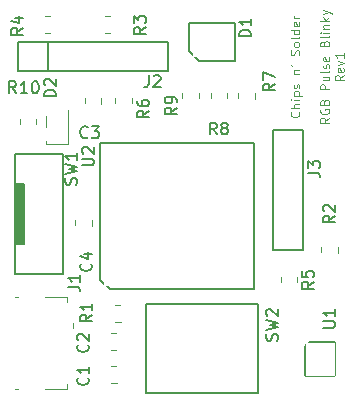
<source format=gbr>
G04 #@! TF.GenerationSoftware,KiCad,Pcbnew,5.0.0-fee4fd1~66~ubuntu18.04.1*
G04 #@! TF.CreationDate,2018-08-25T15:06:22-04:00*
G04 #@! TF.ProjectId,RGB Pulse Blinky,5247422050756C736520426C696E6B79,1*
G04 #@! TF.SameCoordinates,Original*
G04 #@! TF.FileFunction,Legend,Top*
G04 #@! TF.FilePolarity,Positive*
%FSLAX46Y46*%
G04 Gerber Fmt 4.6, Leading zero omitted, Abs format (unit mm)*
G04 Created by KiCad (PCBNEW 5.0.0-fee4fd1~66~ubuntu18.04.1) date Sat Aug 25 15:06:22 2018*
%MOMM*%
%LPD*%
G01*
G04 APERTURE LIST*
%ADD10C,0.125000*%
%ADD11C,0.120000*%
%ADD12C,0.150000*%
%ADD13C,0.100000*%
%ADD14C,1.550000*%
%ADD15R,1.400000X1.400000*%
%ADD16R,2.300000X1.600000*%
%ADD17O,2.300000X1.600000*%
%ADD18R,2.300000X1.900000*%
%ADD19C,1.850000*%
%ADD20R,1.750000X0.800000*%
%ADD21C,1.900000*%
%ADD22R,1.900000X1.900000*%
%ADD23O,2.400000X1.900000*%
%ADD24O,2.400000X1.400000*%
%ADD25C,2.400000*%
%ADD26R,1.250000X1.550000*%
%ADD27R,1.250000X1.350000*%
%ADD28R,1.370000X1.550000*%
%ADD29R,1.370000X1.350000*%
%ADD30R,1.000000X2.350000*%
G04 APERTURE END LIST*
D10*
X155110857Y-108705571D02*
X155146571Y-108741285D01*
X155182285Y-108848428D01*
X155182285Y-108919857D01*
X155146571Y-109027000D01*
X155075142Y-109098428D01*
X155003714Y-109134142D01*
X154860857Y-109169857D01*
X154753714Y-109169857D01*
X154610857Y-109134142D01*
X154539428Y-109098428D01*
X154468000Y-109027000D01*
X154432285Y-108919857D01*
X154432285Y-108848428D01*
X154468000Y-108741285D01*
X154503714Y-108705571D01*
X155182285Y-108384142D02*
X154432285Y-108384142D01*
X155182285Y-108062714D02*
X154789428Y-108062714D01*
X154718000Y-108098428D01*
X154682285Y-108169857D01*
X154682285Y-108277000D01*
X154718000Y-108348428D01*
X154753714Y-108384142D01*
X155182285Y-107705571D02*
X154682285Y-107705571D01*
X154432285Y-107705571D02*
X154468000Y-107741285D01*
X154503714Y-107705571D01*
X154468000Y-107669857D01*
X154432285Y-107705571D01*
X154503714Y-107705571D01*
X154682285Y-107348428D02*
X155432285Y-107348428D01*
X154718000Y-107348428D02*
X154682285Y-107277000D01*
X154682285Y-107134142D01*
X154718000Y-107062714D01*
X154753714Y-107027000D01*
X154825142Y-106991285D01*
X155039428Y-106991285D01*
X155110857Y-107027000D01*
X155146571Y-107062714D01*
X155182285Y-107134142D01*
X155182285Y-107277000D01*
X155146571Y-107348428D01*
X155146571Y-106705571D02*
X155182285Y-106634142D01*
X155182285Y-106491285D01*
X155146571Y-106419857D01*
X155075142Y-106384142D01*
X155039428Y-106384142D01*
X154968000Y-106419857D01*
X154932285Y-106491285D01*
X154932285Y-106598428D01*
X154896571Y-106669857D01*
X154825142Y-106705571D01*
X154789428Y-106705571D01*
X154718000Y-106669857D01*
X154682285Y-106598428D01*
X154682285Y-106491285D01*
X154718000Y-106419857D01*
X154682285Y-105491285D02*
X155182285Y-105491285D01*
X154753714Y-105491285D02*
X154718000Y-105455571D01*
X154682285Y-105384142D01*
X154682285Y-105277000D01*
X154718000Y-105205571D01*
X154789428Y-105169857D01*
X155182285Y-105169857D01*
X154432285Y-104777000D02*
X154575142Y-104848428D01*
X155146571Y-103919857D02*
X155182285Y-103812714D01*
X155182285Y-103634142D01*
X155146571Y-103562714D01*
X155110857Y-103527000D01*
X155039428Y-103491285D01*
X154968000Y-103491285D01*
X154896571Y-103527000D01*
X154860857Y-103562714D01*
X154825142Y-103634142D01*
X154789428Y-103777000D01*
X154753714Y-103848428D01*
X154718000Y-103884142D01*
X154646571Y-103919857D01*
X154575142Y-103919857D01*
X154503714Y-103884142D01*
X154468000Y-103848428D01*
X154432285Y-103777000D01*
X154432285Y-103598428D01*
X154468000Y-103491285D01*
X155182285Y-103062714D02*
X155146571Y-103134142D01*
X155110857Y-103169857D01*
X155039428Y-103205571D01*
X154825142Y-103205571D01*
X154753714Y-103169857D01*
X154718000Y-103134142D01*
X154682285Y-103062714D01*
X154682285Y-102955571D01*
X154718000Y-102884142D01*
X154753714Y-102848428D01*
X154825142Y-102812714D01*
X155039428Y-102812714D01*
X155110857Y-102848428D01*
X155146571Y-102884142D01*
X155182285Y-102955571D01*
X155182285Y-103062714D01*
X155182285Y-102384142D02*
X155146571Y-102455571D01*
X155075142Y-102491285D01*
X154432285Y-102491285D01*
X155182285Y-101777000D02*
X154432285Y-101777000D01*
X155146571Y-101777000D02*
X155182285Y-101848428D01*
X155182285Y-101991285D01*
X155146571Y-102062714D01*
X155110857Y-102098428D01*
X155039428Y-102134142D01*
X154825142Y-102134142D01*
X154753714Y-102098428D01*
X154718000Y-102062714D01*
X154682285Y-101991285D01*
X154682285Y-101848428D01*
X154718000Y-101777000D01*
X155146571Y-101134142D02*
X155182285Y-101205571D01*
X155182285Y-101348428D01*
X155146571Y-101419857D01*
X155075142Y-101455571D01*
X154789428Y-101455571D01*
X154718000Y-101419857D01*
X154682285Y-101348428D01*
X154682285Y-101205571D01*
X154718000Y-101134142D01*
X154789428Y-101098428D01*
X154860857Y-101098428D01*
X154932285Y-101455571D01*
X155182285Y-100777000D02*
X154682285Y-100777000D01*
X154825142Y-100777000D02*
X154753714Y-100741285D01*
X154718000Y-100705571D01*
X154682285Y-100634142D01*
X154682285Y-100562714D01*
X157682285Y-109205571D02*
X157325142Y-109455571D01*
X157682285Y-109634142D02*
X156932285Y-109634142D01*
X156932285Y-109348428D01*
X156968000Y-109277000D01*
X157003714Y-109241285D01*
X157075142Y-109205571D01*
X157182285Y-109205571D01*
X157253714Y-109241285D01*
X157289428Y-109277000D01*
X157325142Y-109348428D01*
X157325142Y-109634142D01*
X156968000Y-108491285D02*
X156932285Y-108562714D01*
X156932285Y-108669857D01*
X156968000Y-108777000D01*
X157039428Y-108848428D01*
X157110857Y-108884142D01*
X157253714Y-108919857D01*
X157360857Y-108919857D01*
X157503714Y-108884142D01*
X157575142Y-108848428D01*
X157646571Y-108777000D01*
X157682285Y-108669857D01*
X157682285Y-108598428D01*
X157646571Y-108491285D01*
X157610857Y-108455571D01*
X157360857Y-108455571D01*
X157360857Y-108598428D01*
X157289428Y-107884142D02*
X157325142Y-107777000D01*
X157360857Y-107741285D01*
X157432285Y-107705571D01*
X157539428Y-107705571D01*
X157610857Y-107741285D01*
X157646571Y-107777000D01*
X157682285Y-107848428D01*
X157682285Y-108134142D01*
X156932285Y-108134142D01*
X156932285Y-107884142D01*
X156968000Y-107812714D01*
X157003714Y-107777000D01*
X157075142Y-107741285D01*
X157146571Y-107741285D01*
X157218000Y-107777000D01*
X157253714Y-107812714D01*
X157289428Y-107884142D01*
X157289428Y-108134142D01*
X157682285Y-106812714D02*
X156932285Y-106812714D01*
X156932285Y-106527000D01*
X156968000Y-106455571D01*
X157003714Y-106419857D01*
X157075142Y-106384142D01*
X157182285Y-106384142D01*
X157253714Y-106419857D01*
X157289428Y-106455571D01*
X157325142Y-106527000D01*
X157325142Y-106812714D01*
X157182285Y-105741285D02*
X157682285Y-105741285D01*
X157182285Y-106062714D02*
X157575142Y-106062714D01*
X157646571Y-106027000D01*
X157682285Y-105955571D01*
X157682285Y-105848428D01*
X157646571Y-105777000D01*
X157610857Y-105741285D01*
X157682285Y-105277000D02*
X157646571Y-105348428D01*
X157575142Y-105384142D01*
X156932285Y-105384142D01*
X157646571Y-105027000D02*
X157682285Y-104955571D01*
X157682285Y-104812714D01*
X157646571Y-104741285D01*
X157575142Y-104705571D01*
X157539428Y-104705571D01*
X157468000Y-104741285D01*
X157432285Y-104812714D01*
X157432285Y-104919857D01*
X157396571Y-104991285D01*
X157325142Y-105027000D01*
X157289428Y-105027000D01*
X157218000Y-104991285D01*
X157182285Y-104919857D01*
X157182285Y-104812714D01*
X157218000Y-104741285D01*
X157646571Y-104098428D02*
X157682285Y-104169857D01*
X157682285Y-104312714D01*
X157646571Y-104384142D01*
X157575142Y-104419857D01*
X157289428Y-104419857D01*
X157218000Y-104384142D01*
X157182285Y-104312714D01*
X157182285Y-104169857D01*
X157218000Y-104098428D01*
X157289428Y-104062714D01*
X157360857Y-104062714D01*
X157432285Y-104419857D01*
X157289428Y-102919857D02*
X157325142Y-102812714D01*
X157360857Y-102777000D01*
X157432285Y-102741285D01*
X157539428Y-102741285D01*
X157610857Y-102777000D01*
X157646571Y-102812714D01*
X157682285Y-102884142D01*
X157682285Y-103169857D01*
X156932285Y-103169857D01*
X156932285Y-102919857D01*
X156968000Y-102848428D01*
X157003714Y-102812714D01*
X157075142Y-102777000D01*
X157146571Y-102777000D01*
X157218000Y-102812714D01*
X157253714Y-102848428D01*
X157289428Y-102919857D01*
X157289428Y-103169857D01*
X157682285Y-102312714D02*
X157646571Y-102384142D01*
X157575142Y-102419857D01*
X156932285Y-102419857D01*
X157682285Y-102027000D02*
X157182285Y-102027000D01*
X156932285Y-102027000D02*
X156968000Y-102062714D01*
X157003714Y-102027000D01*
X156968000Y-101991285D01*
X156932285Y-102027000D01*
X157003714Y-102027000D01*
X157182285Y-101669857D02*
X157682285Y-101669857D01*
X157253714Y-101669857D02*
X157218000Y-101634142D01*
X157182285Y-101562714D01*
X157182285Y-101455571D01*
X157218000Y-101384142D01*
X157289428Y-101348428D01*
X157682285Y-101348428D01*
X157682285Y-100991285D02*
X156932285Y-100991285D01*
X157396571Y-100919857D02*
X157682285Y-100705571D01*
X157182285Y-100705571D02*
X157468000Y-100991285D01*
X157182285Y-100455571D02*
X157682285Y-100277000D01*
X157182285Y-100098428D02*
X157682285Y-100277000D01*
X157860857Y-100348428D01*
X157896571Y-100384142D01*
X157932285Y-100455571D01*
X158932285Y-105634142D02*
X158575142Y-105884142D01*
X158932285Y-106062714D02*
X158182285Y-106062714D01*
X158182285Y-105777000D01*
X158218000Y-105705571D01*
X158253714Y-105669857D01*
X158325142Y-105634142D01*
X158432285Y-105634142D01*
X158503714Y-105669857D01*
X158539428Y-105705571D01*
X158575142Y-105777000D01*
X158575142Y-106062714D01*
X158896571Y-105027000D02*
X158932285Y-105098428D01*
X158932285Y-105241285D01*
X158896571Y-105312714D01*
X158825142Y-105348428D01*
X158539428Y-105348428D01*
X158468000Y-105312714D01*
X158432285Y-105241285D01*
X158432285Y-105098428D01*
X158468000Y-105027000D01*
X158539428Y-104991285D01*
X158610857Y-104991285D01*
X158682285Y-105348428D01*
X158432285Y-104741285D02*
X158932285Y-104562714D01*
X158432285Y-104384142D01*
X158932285Y-103705571D02*
X158932285Y-104134142D01*
X158932285Y-103919857D02*
X158182285Y-103919857D01*
X158289428Y-103991285D01*
X158360857Y-104062714D01*
X158396571Y-104134142D01*
D11*
G04 #@! TO.C,C1*
X139208748Y-131668000D02*
X139731252Y-131668000D01*
X139208748Y-130248000D02*
X139731252Y-130248000D01*
G04 #@! TO.C,C2*
X139188748Y-128898000D02*
X139711252Y-128898000D01*
X139188748Y-127478000D02*
X139711252Y-127478000D01*
G04 #@! TO.C,C3*
X138402000Y-108051252D02*
X138402000Y-107528748D01*
X136982000Y-108051252D02*
X136982000Y-107528748D01*
G04 #@! TO.C,C4*
X137616000Y-118371252D02*
X137616000Y-117848748D01*
X136196000Y-118371252D02*
X136196000Y-117848748D01*
D12*
G04 #@! TO.C,D1*
X149687000Y-104405000D02*
X146637000Y-104405000D01*
X149687000Y-101155000D02*
X149687000Y-104405000D01*
X145837000Y-101155000D02*
X149687000Y-101155000D01*
X145837000Y-103605000D02*
X145837000Y-101155000D01*
X146637000Y-104405000D02*
X145837000Y-103605000D01*
D11*
G04 #@! TO.C,D2*
X135608000Y-111454000D02*
X135608000Y-108594000D01*
X133688000Y-111454000D02*
X135608000Y-111454000D01*
X133688000Y-108594000D02*
X133688000Y-111454000D01*
G04 #@! TO.C,J1*
X136042000Y-126570000D02*
X135592000Y-126570000D01*
X136042000Y-126570000D02*
X136042000Y-127020000D01*
X135492000Y-132170000D02*
X135492000Y-131720000D01*
X133642000Y-132170000D02*
X135492000Y-132170000D01*
X131092000Y-124370000D02*
X131342000Y-124370000D01*
X131092000Y-132170000D02*
X131342000Y-132170000D01*
X133642000Y-124370000D02*
X135492000Y-124370000D01*
X135492000Y-124370000D02*
X135492000Y-124820000D01*
D12*
G04 #@! TO.C,J2*
X133892000Y-102800000D02*
X133892000Y-105300000D01*
X131372000Y-105300000D02*
X131372000Y-102800000D01*
X144032000Y-105300000D02*
X131372000Y-105300000D01*
X144032000Y-102800000D02*
X144032000Y-105300000D01*
X131372000Y-102800000D02*
X144032000Y-102800000D01*
G04 #@! TO.C,J3*
X155462000Y-120410000D02*
X152962000Y-120410000D01*
X155462000Y-110290000D02*
X155462000Y-120410000D01*
X152962000Y-110290000D02*
X155462000Y-110290000D01*
X152962000Y-120410000D02*
X152962000Y-110290000D01*
D11*
G04 #@! TO.C,R1*
X139525748Y-126480000D02*
X140048252Y-126480000D01*
X139525748Y-125060000D02*
X140048252Y-125060000D01*
G04 #@! TO.C,R2*
X157024000Y-120134748D02*
X157024000Y-120657252D01*
X158444000Y-120134748D02*
X158444000Y-120657252D01*
G04 #@! TO.C,R3*
X139199252Y-100636000D02*
X138676748Y-100636000D01*
X139199252Y-102056000D02*
X138676748Y-102056000D01*
G04 #@! TO.C,R4*
X134119252Y-100636000D02*
X133596748Y-100636000D01*
X134119252Y-102056000D02*
X133596748Y-102056000D01*
G04 #@! TO.C,R5*
X153576000Y-122678748D02*
X153576000Y-123201252D01*
X154996000Y-122678748D02*
X154996000Y-123201252D01*
G04 #@! TO.C,R6*
X139602000Y-107518748D02*
X139602000Y-108041252D01*
X141022000Y-107518748D02*
X141022000Y-108041252D01*
G04 #@! TO.C,R7*
X151402000Y-107631252D02*
X151402000Y-107108748D01*
X149982000Y-107631252D02*
X149982000Y-107108748D01*
G04 #@! TO.C,R8*
X149082000Y-107621252D02*
X149082000Y-107098748D01*
X147662000Y-107621252D02*
X147662000Y-107098748D01*
G04 #@! TO.C,R9*
X146692000Y-107621252D02*
X146692000Y-107098748D01*
X145272000Y-107621252D02*
X145272000Y-107098748D01*
G04 #@! TO.C,R10*
X132898000Y-109815252D02*
X132898000Y-109292748D01*
X131478000Y-109815252D02*
X131478000Y-109292748D01*
D12*
G04 #@! TO.C,SW1*
G36*
X131824000Y-114848000D02*
X131824000Y-119928000D01*
X131106000Y-119928000D01*
X131106000Y-114848000D01*
X131824000Y-114848000D01*
G37*
X131824000Y-114848000D02*
X131824000Y-119928000D01*
X131106000Y-119928000D01*
X131106000Y-114848000D01*
X131824000Y-114848000D01*
X135128000Y-112268000D02*
X131064000Y-112268000D01*
X131064000Y-122428000D02*
X131064000Y-112268000D01*
X135128000Y-122428000D02*
X131064000Y-122428000D01*
X135128000Y-112268000D02*
X135128000Y-122428000D01*
G04 #@! TO.C,SW2*
X151682000Y-127480001D02*
X151682000Y-124980001D01*
X151681800Y-129974600D02*
X151681800Y-127474601D01*
X151682000Y-132480000D02*
X151682000Y-129980000D01*
X142182000Y-132479999D02*
X151682000Y-132480000D01*
X142182000Y-124980000D02*
X142182000Y-132479999D01*
X151682000Y-124980001D02*
X142182000Y-124980000D01*
G04 #@! TO.C,U1*
X155678000Y-128584000D02*
X155678000Y-131024000D01*
X155998000Y-128244000D02*
X158148000Y-128244000D01*
X155688000Y-128554000D02*
X155978000Y-128264000D01*
X158128000Y-131044000D02*
X155698000Y-131044000D01*
X158148000Y-128284000D02*
X158148000Y-131034000D01*
G04 #@! TO.C,U2*
X151347000Y-123745000D02*
X139117000Y-123745000D01*
X151347000Y-111395000D02*
X151347000Y-123745000D01*
X138317000Y-111395000D02*
X151347000Y-111395000D01*
X138317000Y-122945000D02*
X138317000Y-111395000D01*
X139117000Y-123745000D02*
X138317000Y-122945000D01*
G04 #@! TO.C,C1*
X137263142Y-131230666D02*
X137310761Y-131278285D01*
X137358380Y-131421142D01*
X137358380Y-131516380D01*
X137310761Y-131659238D01*
X137215523Y-131754476D01*
X137120285Y-131802095D01*
X136929809Y-131849714D01*
X136786952Y-131849714D01*
X136596476Y-131802095D01*
X136501238Y-131754476D01*
X136406000Y-131659238D01*
X136358380Y-131516380D01*
X136358380Y-131421142D01*
X136406000Y-131278285D01*
X136453619Y-131230666D01*
X137358380Y-130278285D02*
X137358380Y-130849714D01*
X137358380Y-130564000D02*
X136358380Y-130564000D01*
X136501238Y-130659238D01*
X136596476Y-130754476D01*
X136644095Y-130849714D01*
G04 #@! TO.C,C2*
X137263142Y-128436666D02*
X137310761Y-128484285D01*
X137358380Y-128627142D01*
X137358380Y-128722380D01*
X137310761Y-128865238D01*
X137215523Y-128960476D01*
X137120285Y-129008095D01*
X136929809Y-129055714D01*
X136786952Y-129055714D01*
X136596476Y-129008095D01*
X136501238Y-128960476D01*
X136406000Y-128865238D01*
X136358380Y-128722380D01*
X136358380Y-128627142D01*
X136406000Y-128484285D01*
X136453619Y-128436666D01*
X136453619Y-128055714D02*
X136406000Y-128008095D01*
X136358380Y-127912857D01*
X136358380Y-127674761D01*
X136406000Y-127579523D01*
X136453619Y-127531904D01*
X136548857Y-127484285D01*
X136644095Y-127484285D01*
X136786952Y-127531904D01*
X137358380Y-128103333D01*
X137358380Y-127484285D01*
G04 #@! TO.C,C3*
X137247333Y-110847142D02*
X137199714Y-110894761D01*
X137056857Y-110942380D01*
X136961619Y-110942380D01*
X136818761Y-110894761D01*
X136723523Y-110799523D01*
X136675904Y-110704285D01*
X136628285Y-110513809D01*
X136628285Y-110370952D01*
X136675904Y-110180476D01*
X136723523Y-110085238D01*
X136818761Y-109990000D01*
X136961619Y-109942380D01*
X137056857Y-109942380D01*
X137199714Y-109990000D01*
X137247333Y-110037619D01*
X137580666Y-109942380D02*
X138199714Y-109942380D01*
X137866380Y-110323333D01*
X138009238Y-110323333D01*
X138104476Y-110370952D01*
X138152095Y-110418571D01*
X138199714Y-110513809D01*
X138199714Y-110751904D01*
X138152095Y-110847142D01*
X138104476Y-110894761D01*
X138009238Y-110942380D01*
X137723523Y-110942380D01*
X137628285Y-110894761D01*
X137580666Y-110847142D01*
G04 #@! TO.C,C4*
X137517142Y-121578666D02*
X137564761Y-121626285D01*
X137612380Y-121769142D01*
X137612380Y-121864380D01*
X137564761Y-122007238D01*
X137469523Y-122102476D01*
X137374285Y-122150095D01*
X137183809Y-122197714D01*
X137040952Y-122197714D01*
X136850476Y-122150095D01*
X136755238Y-122102476D01*
X136660000Y-122007238D01*
X136612380Y-121864380D01*
X136612380Y-121769142D01*
X136660000Y-121626285D01*
X136707619Y-121578666D01*
X136945714Y-120721523D02*
X137612380Y-120721523D01*
X136564761Y-120959619D02*
X137279047Y-121197714D01*
X137279047Y-120578666D01*
G04 #@! TO.C,D1*
X151074380Y-102338095D02*
X150074380Y-102338095D01*
X150074380Y-102100000D01*
X150122000Y-101957142D01*
X150217238Y-101861904D01*
X150312476Y-101814285D01*
X150502952Y-101766666D01*
X150645809Y-101766666D01*
X150836285Y-101814285D01*
X150931523Y-101861904D01*
X151026761Y-101957142D01*
X151074380Y-102100000D01*
X151074380Y-102338095D01*
X151074380Y-100814285D02*
X151074380Y-101385714D01*
X151074380Y-101100000D02*
X150074380Y-101100000D01*
X150217238Y-101195238D01*
X150312476Y-101290476D01*
X150360095Y-101385714D01*
G04 #@! TO.C,D2*
X134564380Y-107418095D02*
X133564380Y-107418095D01*
X133564380Y-107180000D01*
X133612000Y-107037142D01*
X133707238Y-106941904D01*
X133802476Y-106894285D01*
X133992952Y-106846666D01*
X134135809Y-106846666D01*
X134326285Y-106894285D01*
X134421523Y-106941904D01*
X134516761Y-107037142D01*
X134564380Y-107180000D01*
X134564380Y-107418095D01*
X133659619Y-106465714D02*
X133612000Y-106418095D01*
X133564380Y-106322857D01*
X133564380Y-106084761D01*
X133612000Y-105989523D01*
X133659619Y-105941904D01*
X133754857Y-105894285D01*
X133850095Y-105894285D01*
X133992952Y-105941904D01*
X134564380Y-106513333D01*
X134564380Y-105894285D01*
G04 #@! TO.C,J1*
X135596380Y-123523333D02*
X136310666Y-123523333D01*
X136453523Y-123570952D01*
X136548761Y-123666190D01*
X136596380Y-123809047D01*
X136596380Y-123904285D01*
X136596380Y-122523333D02*
X136596380Y-123094761D01*
X136596380Y-122809047D02*
X135596380Y-122809047D01*
X135739238Y-122904285D01*
X135834476Y-122999523D01*
X135882095Y-123094761D01*
G04 #@! TO.C,J2*
X142414666Y-105624380D02*
X142414666Y-106338666D01*
X142367047Y-106481523D01*
X142271809Y-106576761D01*
X142128952Y-106624380D01*
X142033714Y-106624380D01*
X142843238Y-105719619D02*
X142890857Y-105672000D01*
X142986095Y-105624380D01*
X143224190Y-105624380D01*
X143319428Y-105672000D01*
X143367047Y-105719619D01*
X143414666Y-105814857D01*
X143414666Y-105910095D01*
X143367047Y-106052952D01*
X142795619Y-106624380D01*
X143414666Y-106624380D01*
G04 #@! TO.C,J3*
X155916380Y-113871333D02*
X156630666Y-113871333D01*
X156773523Y-113918952D01*
X156868761Y-114014190D01*
X156916380Y-114157047D01*
X156916380Y-114252285D01*
X155916380Y-113490380D02*
X155916380Y-112871333D01*
X156297333Y-113204666D01*
X156297333Y-113061809D01*
X156344952Y-112966571D01*
X156392571Y-112918952D01*
X156487809Y-112871333D01*
X156725904Y-112871333D01*
X156821142Y-112918952D01*
X156868761Y-112966571D01*
X156916380Y-113061809D01*
X156916380Y-113347523D01*
X156868761Y-113442761D01*
X156821142Y-113490380D01*
G04 #@! TO.C,R1*
X137612380Y-125896666D02*
X137136190Y-126230000D01*
X137612380Y-126468095D02*
X136612380Y-126468095D01*
X136612380Y-126087142D01*
X136660000Y-125991904D01*
X136707619Y-125944285D01*
X136802857Y-125896666D01*
X136945714Y-125896666D01*
X137040952Y-125944285D01*
X137088571Y-125991904D01*
X137136190Y-126087142D01*
X137136190Y-126468095D01*
X137612380Y-124944285D02*
X137612380Y-125515714D01*
X137612380Y-125230000D02*
X136612380Y-125230000D01*
X136755238Y-125325238D01*
X136850476Y-125420476D01*
X136898095Y-125515714D01*
G04 #@! TO.C,R2*
X158186380Y-117514666D02*
X157710190Y-117848000D01*
X158186380Y-118086095D02*
X157186380Y-118086095D01*
X157186380Y-117705142D01*
X157234000Y-117609904D01*
X157281619Y-117562285D01*
X157376857Y-117514666D01*
X157519714Y-117514666D01*
X157614952Y-117562285D01*
X157662571Y-117609904D01*
X157710190Y-117705142D01*
X157710190Y-118086095D01*
X157281619Y-117133714D02*
X157234000Y-117086095D01*
X157186380Y-116990857D01*
X157186380Y-116752761D01*
X157234000Y-116657523D01*
X157281619Y-116609904D01*
X157376857Y-116562285D01*
X157472095Y-116562285D01*
X157614952Y-116609904D01*
X158186380Y-117181333D01*
X158186380Y-116562285D01*
G04 #@! TO.C,R3*
X142154380Y-101546666D02*
X141678190Y-101880000D01*
X142154380Y-102118095D02*
X141154380Y-102118095D01*
X141154380Y-101737142D01*
X141202000Y-101641904D01*
X141249619Y-101594285D01*
X141344857Y-101546666D01*
X141487714Y-101546666D01*
X141582952Y-101594285D01*
X141630571Y-101641904D01*
X141678190Y-101737142D01*
X141678190Y-102118095D01*
X141154380Y-101213333D02*
X141154380Y-100594285D01*
X141535333Y-100927619D01*
X141535333Y-100784761D01*
X141582952Y-100689523D01*
X141630571Y-100641904D01*
X141725809Y-100594285D01*
X141963904Y-100594285D01*
X142059142Y-100641904D01*
X142106761Y-100689523D01*
X142154380Y-100784761D01*
X142154380Y-101070476D01*
X142106761Y-101165714D01*
X142059142Y-101213333D01*
G04 #@! TO.C,R4*
X131770380Y-101612666D02*
X131294190Y-101946000D01*
X131770380Y-102184095D02*
X130770380Y-102184095D01*
X130770380Y-101803142D01*
X130818000Y-101707904D01*
X130865619Y-101660285D01*
X130960857Y-101612666D01*
X131103714Y-101612666D01*
X131198952Y-101660285D01*
X131246571Y-101707904D01*
X131294190Y-101803142D01*
X131294190Y-102184095D01*
X131103714Y-100755523D02*
X131770380Y-100755523D01*
X130722761Y-100993619D02*
X131437047Y-101231714D01*
X131437047Y-100612666D01*
G04 #@! TO.C,R5*
X156388380Y-123106666D02*
X155912190Y-123440000D01*
X156388380Y-123678095D02*
X155388380Y-123678095D01*
X155388380Y-123297142D01*
X155436000Y-123201904D01*
X155483619Y-123154285D01*
X155578857Y-123106666D01*
X155721714Y-123106666D01*
X155816952Y-123154285D01*
X155864571Y-123201904D01*
X155912190Y-123297142D01*
X155912190Y-123678095D01*
X155388380Y-122201904D02*
X155388380Y-122678095D01*
X155864571Y-122725714D01*
X155816952Y-122678095D01*
X155769333Y-122582857D01*
X155769333Y-122344761D01*
X155816952Y-122249523D01*
X155864571Y-122201904D01*
X155959809Y-122154285D01*
X156197904Y-122154285D01*
X156293142Y-122201904D01*
X156340761Y-122249523D01*
X156388380Y-122344761D01*
X156388380Y-122582857D01*
X156340761Y-122678095D01*
X156293142Y-122725714D01*
G04 #@! TO.C,R6*
X142438380Y-108624666D02*
X141962190Y-108958000D01*
X142438380Y-109196095D02*
X141438380Y-109196095D01*
X141438380Y-108815142D01*
X141486000Y-108719904D01*
X141533619Y-108672285D01*
X141628857Y-108624666D01*
X141771714Y-108624666D01*
X141866952Y-108672285D01*
X141914571Y-108719904D01*
X141962190Y-108815142D01*
X141962190Y-109196095D01*
X141438380Y-107767523D02*
X141438380Y-107958000D01*
X141486000Y-108053238D01*
X141533619Y-108100857D01*
X141676476Y-108196095D01*
X141866952Y-108243714D01*
X142247904Y-108243714D01*
X142343142Y-108196095D01*
X142390761Y-108148476D01*
X142438380Y-108053238D01*
X142438380Y-107862761D01*
X142390761Y-107767523D01*
X142343142Y-107719904D01*
X142247904Y-107672285D01*
X142009809Y-107672285D01*
X141914571Y-107719904D01*
X141866952Y-107767523D01*
X141819333Y-107862761D01*
X141819333Y-108053238D01*
X141866952Y-108148476D01*
X141914571Y-108196095D01*
X142009809Y-108243714D01*
G04 #@! TO.C,R7*
X153106380Y-106338666D02*
X152630190Y-106672000D01*
X153106380Y-106910095D02*
X152106380Y-106910095D01*
X152106380Y-106529142D01*
X152154000Y-106433904D01*
X152201619Y-106386285D01*
X152296857Y-106338666D01*
X152439714Y-106338666D01*
X152534952Y-106386285D01*
X152582571Y-106433904D01*
X152630190Y-106529142D01*
X152630190Y-106910095D01*
X152106380Y-106005333D02*
X152106380Y-105338666D01*
X153106380Y-105767238D01*
G04 #@! TO.C,R8*
X148175333Y-110632380D02*
X147842000Y-110156190D01*
X147603904Y-110632380D02*
X147603904Y-109632380D01*
X147984857Y-109632380D01*
X148080095Y-109680000D01*
X148127714Y-109727619D01*
X148175333Y-109822857D01*
X148175333Y-109965714D01*
X148127714Y-110060952D01*
X148080095Y-110108571D01*
X147984857Y-110156190D01*
X147603904Y-110156190D01*
X148746761Y-110060952D02*
X148651523Y-110013333D01*
X148603904Y-109965714D01*
X148556285Y-109870476D01*
X148556285Y-109822857D01*
X148603904Y-109727619D01*
X148651523Y-109680000D01*
X148746761Y-109632380D01*
X148937238Y-109632380D01*
X149032476Y-109680000D01*
X149080095Y-109727619D01*
X149127714Y-109822857D01*
X149127714Y-109870476D01*
X149080095Y-109965714D01*
X149032476Y-110013333D01*
X148937238Y-110060952D01*
X148746761Y-110060952D01*
X148651523Y-110108571D01*
X148603904Y-110156190D01*
X148556285Y-110251428D01*
X148556285Y-110441904D01*
X148603904Y-110537142D01*
X148651523Y-110584761D01*
X148746761Y-110632380D01*
X148937238Y-110632380D01*
X149032476Y-110584761D01*
X149080095Y-110537142D01*
X149127714Y-110441904D01*
X149127714Y-110251428D01*
X149080095Y-110156190D01*
X149032476Y-110108571D01*
X148937238Y-110060952D01*
G04 #@! TO.C,R9*
X144784380Y-108370666D02*
X144308190Y-108704000D01*
X144784380Y-108942095D02*
X143784380Y-108942095D01*
X143784380Y-108561142D01*
X143832000Y-108465904D01*
X143879619Y-108418285D01*
X143974857Y-108370666D01*
X144117714Y-108370666D01*
X144212952Y-108418285D01*
X144260571Y-108465904D01*
X144308190Y-108561142D01*
X144308190Y-108942095D01*
X144784380Y-107894476D02*
X144784380Y-107704000D01*
X144736761Y-107608761D01*
X144689142Y-107561142D01*
X144546285Y-107465904D01*
X144355809Y-107418285D01*
X143974857Y-107418285D01*
X143879619Y-107465904D01*
X143832000Y-107513523D01*
X143784380Y-107608761D01*
X143784380Y-107799238D01*
X143832000Y-107894476D01*
X143879619Y-107942095D01*
X143974857Y-107989714D01*
X144212952Y-107989714D01*
X144308190Y-107942095D01*
X144355809Y-107894476D01*
X144403428Y-107799238D01*
X144403428Y-107608761D01*
X144355809Y-107513523D01*
X144308190Y-107465904D01*
X144212952Y-107418285D01*
G04 #@! TO.C,R10*
X131183142Y-107132380D02*
X130849809Y-106656190D01*
X130611714Y-107132380D02*
X130611714Y-106132380D01*
X130992666Y-106132380D01*
X131087904Y-106180000D01*
X131135523Y-106227619D01*
X131183142Y-106322857D01*
X131183142Y-106465714D01*
X131135523Y-106560952D01*
X131087904Y-106608571D01*
X130992666Y-106656190D01*
X130611714Y-106656190D01*
X132135523Y-107132380D02*
X131564095Y-107132380D01*
X131849809Y-107132380D02*
X131849809Y-106132380D01*
X131754571Y-106275238D01*
X131659333Y-106370476D01*
X131564095Y-106418095D01*
X132754571Y-106132380D02*
X132849809Y-106132380D01*
X132945047Y-106180000D01*
X132992666Y-106227619D01*
X133040285Y-106322857D01*
X133087904Y-106513333D01*
X133087904Y-106751428D01*
X133040285Y-106941904D01*
X132992666Y-107037142D01*
X132945047Y-107084761D01*
X132849809Y-107132380D01*
X132754571Y-107132380D01*
X132659333Y-107084761D01*
X132611714Y-107037142D01*
X132564095Y-106941904D01*
X132516476Y-106751428D01*
X132516476Y-106513333D01*
X132564095Y-106322857D01*
X132611714Y-106227619D01*
X132659333Y-106180000D01*
X132754571Y-106132380D01*
G04 #@! TO.C,SW1*
X136294761Y-114871333D02*
X136342380Y-114728476D01*
X136342380Y-114490380D01*
X136294761Y-114395142D01*
X136247142Y-114347523D01*
X136151904Y-114299904D01*
X136056666Y-114299904D01*
X135961428Y-114347523D01*
X135913809Y-114395142D01*
X135866190Y-114490380D01*
X135818571Y-114680857D01*
X135770952Y-114776095D01*
X135723333Y-114823714D01*
X135628095Y-114871333D01*
X135532857Y-114871333D01*
X135437619Y-114823714D01*
X135390000Y-114776095D01*
X135342380Y-114680857D01*
X135342380Y-114442761D01*
X135390000Y-114299904D01*
X135342380Y-113966571D02*
X136342380Y-113728476D01*
X135628095Y-113538000D01*
X136342380Y-113347523D01*
X135342380Y-113109428D01*
X136342380Y-112204666D02*
X136342380Y-112776095D01*
X136342380Y-112490380D02*
X135342380Y-112490380D01*
X135485238Y-112585619D01*
X135580476Y-112680857D01*
X135628095Y-112776095D01*
G04 #@! TO.C,SW2*
X153312761Y-128079333D02*
X153360380Y-127936476D01*
X153360380Y-127698380D01*
X153312761Y-127603142D01*
X153265142Y-127555523D01*
X153169904Y-127507904D01*
X153074666Y-127507904D01*
X152979428Y-127555523D01*
X152931809Y-127603142D01*
X152884190Y-127698380D01*
X152836571Y-127888857D01*
X152788952Y-127984095D01*
X152741333Y-128031714D01*
X152646095Y-128079333D01*
X152550857Y-128079333D01*
X152455619Y-128031714D01*
X152408000Y-127984095D01*
X152360380Y-127888857D01*
X152360380Y-127650761D01*
X152408000Y-127507904D01*
X152360380Y-127174571D02*
X153360380Y-126936476D01*
X152646095Y-126746000D01*
X153360380Y-126555523D01*
X152360380Y-126317428D01*
X152455619Y-125984095D02*
X152408000Y-125936476D01*
X152360380Y-125841238D01*
X152360380Y-125603142D01*
X152408000Y-125507904D01*
X152455619Y-125460285D01*
X152550857Y-125412666D01*
X152646095Y-125412666D01*
X152788952Y-125460285D01*
X153360380Y-126031714D01*
X153360380Y-125412666D01*
G04 #@! TO.C,U1*
X157186380Y-126999904D02*
X157995904Y-126999904D01*
X158091142Y-126952285D01*
X158138761Y-126904666D01*
X158186380Y-126809428D01*
X158186380Y-126618952D01*
X158138761Y-126523714D01*
X158091142Y-126476095D01*
X157995904Y-126428476D01*
X157186380Y-126428476D01*
X158186380Y-125428476D02*
X158186380Y-125999904D01*
X158186380Y-125714190D02*
X157186380Y-125714190D01*
X157329238Y-125809428D01*
X157424476Y-125904666D01*
X157472095Y-125999904D01*
G04 #@! TO.C,U2*
X136769380Y-113251904D02*
X137578904Y-113251904D01*
X137674142Y-113204285D01*
X137721761Y-113156666D01*
X137769380Y-113061428D01*
X137769380Y-112870952D01*
X137721761Y-112775714D01*
X137674142Y-112728095D01*
X137578904Y-112680476D01*
X136769380Y-112680476D01*
X136864619Y-112251904D02*
X136817000Y-112204285D01*
X136769380Y-112109047D01*
X136769380Y-111870952D01*
X136817000Y-111775714D01*
X136864619Y-111728095D01*
X136959857Y-111680476D01*
X137055095Y-111680476D01*
X137197952Y-111728095D01*
X137769380Y-112299523D01*
X137769380Y-111680476D01*
G04 #@! TD*
%LPC*%
D13*
G04 #@! TO.C,C1*
G36*
X140966071Y-130059623D02*
X140998781Y-130064475D01*
X141030857Y-130072509D01*
X141061991Y-130083649D01*
X141091884Y-130097787D01*
X141120247Y-130114787D01*
X141146807Y-130134485D01*
X141171308Y-130156692D01*
X141193515Y-130181193D01*
X141213213Y-130207753D01*
X141230213Y-130236116D01*
X141244351Y-130266009D01*
X141255491Y-130297143D01*
X141263525Y-130329219D01*
X141268377Y-130361929D01*
X141270000Y-130394956D01*
X141270000Y-131521044D01*
X141268377Y-131554071D01*
X141263525Y-131586781D01*
X141255491Y-131618857D01*
X141244351Y-131649991D01*
X141230213Y-131679884D01*
X141213213Y-131708247D01*
X141193515Y-131734807D01*
X141171308Y-131759308D01*
X141146807Y-131781515D01*
X141120247Y-131801213D01*
X141091884Y-131818213D01*
X141061991Y-131832351D01*
X141030857Y-131843491D01*
X140998781Y-131851525D01*
X140966071Y-131856377D01*
X140933044Y-131858000D01*
X140056956Y-131858000D01*
X140023929Y-131856377D01*
X139991219Y-131851525D01*
X139959143Y-131843491D01*
X139928009Y-131832351D01*
X139898116Y-131818213D01*
X139869753Y-131801213D01*
X139843193Y-131781515D01*
X139818692Y-131759308D01*
X139796485Y-131734807D01*
X139776787Y-131708247D01*
X139759787Y-131679884D01*
X139745649Y-131649991D01*
X139734509Y-131618857D01*
X139726475Y-131586781D01*
X139721623Y-131554071D01*
X139720000Y-131521044D01*
X139720000Y-130394956D01*
X139721623Y-130361929D01*
X139726475Y-130329219D01*
X139734509Y-130297143D01*
X139745649Y-130266009D01*
X139759787Y-130236116D01*
X139776787Y-130207753D01*
X139796485Y-130181193D01*
X139818692Y-130156692D01*
X139843193Y-130134485D01*
X139869753Y-130114787D01*
X139898116Y-130097787D01*
X139928009Y-130083649D01*
X139959143Y-130072509D01*
X139991219Y-130064475D01*
X140023929Y-130059623D01*
X140056956Y-130058000D01*
X140933044Y-130058000D01*
X140966071Y-130059623D01*
X140966071Y-130059623D01*
G37*
D14*
X140495000Y-130958000D03*
D13*
G36*
X138916071Y-130059623D02*
X138948781Y-130064475D01*
X138980857Y-130072509D01*
X139011991Y-130083649D01*
X139041884Y-130097787D01*
X139070247Y-130114787D01*
X139096807Y-130134485D01*
X139121308Y-130156692D01*
X139143515Y-130181193D01*
X139163213Y-130207753D01*
X139180213Y-130236116D01*
X139194351Y-130266009D01*
X139205491Y-130297143D01*
X139213525Y-130329219D01*
X139218377Y-130361929D01*
X139220000Y-130394956D01*
X139220000Y-131521044D01*
X139218377Y-131554071D01*
X139213525Y-131586781D01*
X139205491Y-131618857D01*
X139194351Y-131649991D01*
X139180213Y-131679884D01*
X139163213Y-131708247D01*
X139143515Y-131734807D01*
X139121308Y-131759308D01*
X139096807Y-131781515D01*
X139070247Y-131801213D01*
X139041884Y-131818213D01*
X139011991Y-131832351D01*
X138980857Y-131843491D01*
X138948781Y-131851525D01*
X138916071Y-131856377D01*
X138883044Y-131858000D01*
X138006956Y-131858000D01*
X137973929Y-131856377D01*
X137941219Y-131851525D01*
X137909143Y-131843491D01*
X137878009Y-131832351D01*
X137848116Y-131818213D01*
X137819753Y-131801213D01*
X137793193Y-131781515D01*
X137768692Y-131759308D01*
X137746485Y-131734807D01*
X137726787Y-131708247D01*
X137709787Y-131679884D01*
X137695649Y-131649991D01*
X137684509Y-131618857D01*
X137676475Y-131586781D01*
X137671623Y-131554071D01*
X137670000Y-131521044D01*
X137670000Y-130394956D01*
X137671623Y-130361929D01*
X137676475Y-130329219D01*
X137684509Y-130297143D01*
X137695649Y-130266009D01*
X137709787Y-130236116D01*
X137726787Y-130207753D01*
X137746485Y-130181193D01*
X137768692Y-130156692D01*
X137793193Y-130134485D01*
X137819753Y-130114787D01*
X137848116Y-130097787D01*
X137878009Y-130083649D01*
X137909143Y-130072509D01*
X137941219Y-130064475D01*
X137973929Y-130059623D01*
X138006956Y-130058000D01*
X138883044Y-130058000D01*
X138916071Y-130059623D01*
X138916071Y-130059623D01*
G37*
D14*
X138445000Y-130958000D03*
G04 #@! TD*
D13*
G04 #@! TO.C,C2*
G36*
X140946071Y-127289623D02*
X140978781Y-127294475D01*
X141010857Y-127302509D01*
X141041991Y-127313649D01*
X141071884Y-127327787D01*
X141100247Y-127344787D01*
X141126807Y-127364485D01*
X141151308Y-127386692D01*
X141173515Y-127411193D01*
X141193213Y-127437753D01*
X141210213Y-127466116D01*
X141224351Y-127496009D01*
X141235491Y-127527143D01*
X141243525Y-127559219D01*
X141248377Y-127591929D01*
X141250000Y-127624956D01*
X141250000Y-128751044D01*
X141248377Y-128784071D01*
X141243525Y-128816781D01*
X141235491Y-128848857D01*
X141224351Y-128879991D01*
X141210213Y-128909884D01*
X141193213Y-128938247D01*
X141173515Y-128964807D01*
X141151308Y-128989308D01*
X141126807Y-129011515D01*
X141100247Y-129031213D01*
X141071884Y-129048213D01*
X141041991Y-129062351D01*
X141010857Y-129073491D01*
X140978781Y-129081525D01*
X140946071Y-129086377D01*
X140913044Y-129088000D01*
X140036956Y-129088000D01*
X140003929Y-129086377D01*
X139971219Y-129081525D01*
X139939143Y-129073491D01*
X139908009Y-129062351D01*
X139878116Y-129048213D01*
X139849753Y-129031213D01*
X139823193Y-129011515D01*
X139798692Y-128989308D01*
X139776485Y-128964807D01*
X139756787Y-128938247D01*
X139739787Y-128909884D01*
X139725649Y-128879991D01*
X139714509Y-128848857D01*
X139706475Y-128816781D01*
X139701623Y-128784071D01*
X139700000Y-128751044D01*
X139700000Y-127624956D01*
X139701623Y-127591929D01*
X139706475Y-127559219D01*
X139714509Y-127527143D01*
X139725649Y-127496009D01*
X139739787Y-127466116D01*
X139756787Y-127437753D01*
X139776485Y-127411193D01*
X139798692Y-127386692D01*
X139823193Y-127364485D01*
X139849753Y-127344787D01*
X139878116Y-127327787D01*
X139908009Y-127313649D01*
X139939143Y-127302509D01*
X139971219Y-127294475D01*
X140003929Y-127289623D01*
X140036956Y-127288000D01*
X140913044Y-127288000D01*
X140946071Y-127289623D01*
X140946071Y-127289623D01*
G37*
D14*
X140475000Y-128188000D03*
D13*
G36*
X138896071Y-127289623D02*
X138928781Y-127294475D01*
X138960857Y-127302509D01*
X138991991Y-127313649D01*
X139021884Y-127327787D01*
X139050247Y-127344787D01*
X139076807Y-127364485D01*
X139101308Y-127386692D01*
X139123515Y-127411193D01*
X139143213Y-127437753D01*
X139160213Y-127466116D01*
X139174351Y-127496009D01*
X139185491Y-127527143D01*
X139193525Y-127559219D01*
X139198377Y-127591929D01*
X139200000Y-127624956D01*
X139200000Y-128751044D01*
X139198377Y-128784071D01*
X139193525Y-128816781D01*
X139185491Y-128848857D01*
X139174351Y-128879991D01*
X139160213Y-128909884D01*
X139143213Y-128938247D01*
X139123515Y-128964807D01*
X139101308Y-128989308D01*
X139076807Y-129011515D01*
X139050247Y-129031213D01*
X139021884Y-129048213D01*
X138991991Y-129062351D01*
X138960857Y-129073491D01*
X138928781Y-129081525D01*
X138896071Y-129086377D01*
X138863044Y-129088000D01*
X137986956Y-129088000D01*
X137953929Y-129086377D01*
X137921219Y-129081525D01*
X137889143Y-129073491D01*
X137858009Y-129062351D01*
X137828116Y-129048213D01*
X137799753Y-129031213D01*
X137773193Y-129011515D01*
X137748692Y-128989308D01*
X137726485Y-128964807D01*
X137706787Y-128938247D01*
X137689787Y-128909884D01*
X137675649Y-128879991D01*
X137664509Y-128848857D01*
X137656475Y-128816781D01*
X137651623Y-128784071D01*
X137650000Y-128751044D01*
X137650000Y-127624956D01*
X137651623Y-127591929D01*
X137656475Y-127559219D01*
X137664509Y-127527143D01*
X137675649Y-127496009D01*
X137689787Y-127466116D01*
X137706787Y-127437753D01*
X137726485Y-127411193D01*
X137748692Y-127386692D01*
X137773193Y-127364485D01*
X137799753Y-127344787D01*
X137828116Y-127327787D01*
X137858009Y-127313649D01*
X137889143Y-127302509D01*
X137921219Y-127294475D01*
X137953929Y-127289623D01*
X137986956Y-127288000D01*
X138863044Y-127288000D01*
X138896071Y-127289623D01*
X138896071Y-127289623D01*
G37*
D14*
X138425000Y-128188000D03*
G04 #@! TD*
D13*
G04 #@! TO.C,C3*
G36*
X138288071Y-105991623D02*
X138320781Y-105996475D01*
X138352857Y-106004509D01*
X138383991Y-106015649D01*
X138413884Y-106029787D01*
X138442247Y-106046787D01*
X138468807Y-106066485D01*
X138493308Y-106088692D01*
X138515515Y-106113193D01*
X138535213Y-106139753D01*
X138552213Y-106168116D01*
X138566351Y-106198009D01*
X138577491Y-106229143D01*
X138585525Y-106261219D01*
X138590377Y-106293929D01*
X138592000Y-106326956D01*
X138592000Y-107203044D01*
X138590377Y-107236071D01*
X138585525Y-107268781D01*
X138577491Y-107300857D01*
X138566351Y-107331991D01*
X138552213Y-107361884D01*
X138535213Y-107390247D01*
X138515515Y-107416807D01*
X138493308Y-107441308D01*
X138468807Y-107463515D01*
X138442247Y-107483213D01*
X138413884Y-107500213D01*
X138383991Y-107514351D01*
X138352857Y-107525491D01*
X138320781Y-107533525D01*
X138288071Y-107538377D01*
X138255044Y-107540000D01*
X137128956Y-107540000D01*
X137095929Y-107538377D01*
X137063219Y-107533525D01*
X137031143Y-107525491D01*
X137000009Y-107514351D01*
X136970116Y-107500213D01*
X136941753Y-107483213D01*
X136915193Y-107463515D01*
X136890692Y-107441308D01*
X136868485Y-107416807D01*
X136848787Y-107390247D01*
X136831787Y-107361884D01*
X136817649Y-107331991D01*
X136806509Y-107300857D01*
X136798475Y-107268781D01*
X136793623Y-107236071D01*
X136792000Y-107203044D01*
X136792000Y-106326956D01*
X136793623Y-106293929D01*
X136798475Y-106261219D01*
X136806509Y-106229143D01*
X136817649Y-106198009D01*
X136831787Y-106168116D01*
X136848787Y-106139753D01*
X136868485Y-106113193D01*
X136890692Y-106088692D01*
X136915193Y-106066485D01*
X136941753Y-106046787D01*
X136970116Y-106029787D01*
X137000009Y-106015649D01*
X137031143Y-106004509D01*
X137063219Y-105996475D01*
X137095929Y-105991623D01*
X137128956Y-105990000D01*
X138255044Y-105990000D01*
X138288071Y-105991623D01*
X138288071Y-105991623D01*
G37*
D14*
X137692000Y-106765000D03*
D13*
G36*
X138288071Y-108041623D02*
X138320781Y-108046475D01*
X138352857Y-108054509D01*
X138383991Y-108065649D01*
X138413884Y-108079787D01*
X138442247Y-108096787D01*
X138468807Y-108116485D01*
X138493308Y-108138692D01*
X138515515Y-108163193D01*
X138535213Y-108189753D01*
X138552213Y-108218116D01*
X138566351Y-108248009D01*
X138577491Y-108279143D01*
X138585525Y-108311219D01*
X138590377Y-108343929D01*
X138592000Y-108376956D01*
X138592000Y-109253044D01*
X138590377Y-109286071D01*
X138585525Y-109318781D01*
X138577491Y-109350857D01*
X138566351Y-109381991D01*
X138552213Y-109411884D01*
X138535213Y-109440247D01*
X138515515Y-109466807D01*
X138493308Y-109491308D01*
X138468807Y-109513515D01*
X138442247Y-109533213D01*
X138413884Y-109550213D01*
X138383991Y-109564351D01*
X138352857Y-109575491D01*
X138320781Y-109583525D01*
X138288071Y-109588377D01*
X138255044Y-109590000D01*
X137128956Y-109590000D01*
X137095929Y-109588377D01*
X137063219Y-109583525D01*
X137031143Y-109575491D01*
X137000009Y-109564351D01*
X136970116Y-109550213D01*
X136941753Y-109533213D01*
X136915193Y-109513515D01*
X136890692Y-109491308D01*
X136868485Y-109466807D01*
X136848787Y-109440247D01*
X136831787Y-109411884D01*
X136817649Y-109381991D01*
X136806509Y-109350857D01*
X136798475Y-109318781D01*
X136793623Y-109286071D01*
X136792000Y-109253044D01*
X136792000Y-108376956D01*
X136793623Y-108343929D01*
X136798475Y-108311219D01*
X136806509Y-108279143D01*
X136817649Y-108248009D01*
X136831787Y-108218116D01*
X136848787Y-108189753D01*
X136868485Y-108163193D01*
X136890692Y-108138692D01*
X136915193Y-108116485D01*
X136941753Y-108096787D01*
X136970116Y-108079787D01*
X137000009Y-108065649D01*
X137031143Y-108054509D01*
X137063219Y-108046475D01*
X137095929Y-108041623D01*
X137128956Y-108040000D01*
X138255044Y-108040000D01*
X138288071Y-108041623D01*
X138288071Y-108041623D01*
G37*
D14*
X137692000Y-108815000D03*
G04 #@! TD*
D13*
G04 #@! TO.C,C4*
G36*
X137502071Y-116311623D02*
X137534781Y-116316475D01*
X137566857Y-116324509D01*
X137597991Y-116335649D01*
X137627884Y-116349787D01*
X137656247Y-116366787D01*
X137682807Y-116386485D01*
X137707308Y-116408692D01*
X137729515Y-116433193D01*
X137749213Y-116459753D01*
X137766213Y-116488116D01*
X137780351Y-116518009D01*
X137791491Y-116549143D01*
X137799525Y-116581219D01*
X137804377Y-116613929D01*
X137806000Y-116646956D01*
X137806000Y-117523044D01*
X137804377Y-117556071D01*
X137799525Y-117588781D01*
X137791491Y-117620857D01*
X137780351Y-117651991D01*
X137766213Y-117681884D01*
X137749213Y-117710247D01*
X137729515Y-117736807D01*
X137707308Y-117761308D01*
X137682807Y-117783515D01*
X137656247Y-117803213D01*
X137627884Y-117820213D01*
X137597991Y-117834351D01*
X137566857Y-117845491D01*
X137534781Y-117853525D01*
X137502071Y-117858377D01*
X137469044Y-117860000D01*
X136342956Y-117860000D01*
X136309929Y-117858377D01*
X136277219Y-117853525D01*
X136245143Y-117845491D01*
X136214009Y-117834351D01*
X136184116Y-117820213D01*
X136155753Y-117803213D01*
X136129193Y-117783515D01*
X136104692Y-117761308D01*
X136082485Y-117736807D01*
X136062787Y-117710247D01*
X136045787Y-117681884D01*
X136031649Y-117651991D01*
X136020509Y-117620857D01*
X136012475Y-117588781D01*
X136007623Y-117556071D01*
X136006000Y-117523044D01*
X136006000Y-116646956D01*
X136007623Y-116613929D01*
X136012475Y-116581219D01*
X136020509Y-116549143D01*
X136031649Y-116518009D01*
X136045787Y-116488116D01*
X136062787Y-116459753D01*
X136082485Y-116433193D01*
X136104692Y-116408692D01*
X136129193Y-116386485D01*
X136155753Y-116366787D01*
X136184116Y-116349787D01*
X136214009Y-116335649D01*
X136245143Y-116324509D01*
X136277219Y-116316475D01*
X136309929Y-116311623D01*
X136342956Y-116310000D01*
X137469044Y-116310000D01*
X137502071Y-116311623D01*
X137502071Y-116311623D01*
G37*
D14*
X136906000Y-117085000D03*
D13*
G36*
X137502071Y-118361623D02*
X137534781Y-118366475D01*
X137566857Y-118374509D01*
X137597991Y-118385649D01*
X137627884Y-118399787D01*
X137656247Y-118416787D01*
X137682807Y-118436485D01*
X137707308Y-118458692D01*
X137729515Y-118483193D01*
X137749213Y-118509753D01*
X137766213Y-118538116D01*
X137780351Y-118568009D01*
X137791491Y-118599143D01*
X137799525Y-118631219D01*
X137804377Y-118663929D01*
X137806000Y-118696956D01*
X137806000Y-119573044D01*
X137804377Y-119606071D01*
X137799525Y-119638781D01*
X137791491Y-119670857D01*
X137780351Y-119701991D01*
X137766213Y-119731884D01*
X137749213Y-119760247D01*
X137729515Y-119786807D01*
X137707308Y-119811308D01*
X137682807Y-119833515D01*
X137656247Y-119853213D01*
X137627884Y-119870213D01*
X137597991Y-119884351D01*
X137566857Y-119895491D01*
X137534781Y-119903525D01*
X137502071Y-119908377D01*
X137469044Y-119910000D01*
X136342956Y-119910000D01*
X136309929Y-119908377D01*
X136277219Y-119903525D01*
X136245143Y-119895491D01*
X136214009Y-119884351D01*
X136184116Y-119870213D01*
X136155753Y-119853213D01*
X136129193Y-119833515D01*
X136104692Y-119811308D01*
X136082485Y-119786807D01*
X136062787Y-119760247D01*
X136045787Y-119731884D01*
X136031649Y-119701991D01*
X136020509Y-119670857D01*
X136012475Y-119638781D01*
X136007623Y-119606071D01*
X136006000Y-119573044D01*
X136006000Y-118696956D01*
X136007623Y-118663929D01*
X136012475Y-118631219D01*
X136020509Y-118599143D01*
X136031649Y-118568009D01*
X136045787Y-118538116D01*
X136062787Y-118509753D01*
X136082485Y-118483193D01*
X136104692Y-118458692D01*
X136129193Y-118436485D01*
X136155753Y-118416787D01*
X136184116Y-118399787D01*
X136214009Y-118385649D01*
X136245143Y-118374509D01*
X136277219Y-118366475D01*
X136309929Y-118361623D01*
X136342956Y-118360000D01*
X137469044Y-118360000D01*
X137502071Y-118361623D01*
X137502071Y-118361623D01*
G37*
D14*
X136906000Y-119135000D03*
G04 #@! TD*
D15*
G04 #@! TO.C,D1*
X148687000Y-103405000D03*
X148687000Y-102155000D03*
X146837000Y-103405000D03*
X146837000Y-102155000D03*
G04 #@! TD*
D13*
G04 #@! TO.C,D2*
G36*
X135244071Y-107795623D02*
X135276781Y-107800475D01*
X135308857Y-107808509D01*
X135339991Y-107819649D01*
X135369884Y-107833787D01*
X135398247Y-107850787D01*
X135424807Y-107870485D01*
X135449308Y-107892692D01*
X135471515Y-107917193D01*
X135491213Y-107943753D01*
X135508213Y-107972116D01*
X135522351Y-108002009D01*
X135533491Y-108033143D01*
X135541525Y-108065219D01*
X135546377Y-108097929D01*
X135548000Y-108130956D01*
X135548000Y-109007044D01*
X135546377Y-109040071D01*
X135541525Y-109072781D01*
X135533491Y-109104857D01*
X135522351Y-109135991D01*
X135508213Y-109165884D01*
X135491213Y-109194247D01*
X135471515Y-109220807D01*
X135449308Y-109245308D01*
X135424807Y-109267515D01*
X135398247Y-109287213D01*
X135369884Y-109304213D01*
X135339991Y-109318351D01*
X135308857Y-109329491D01*
X135276781Y-109337525D01*
X135244071Y-109342377D01*
X135211044Y-109344000D01*
X134084956Y-109344000D01*
X134051929Y-109342377D01*
X134019219Y-109337525D01*
X133987143Y-109329491D01*
X133956009Y-109318351D01*
X133926116Y-109304213D01*
X133897753Y-109287213D01*
X133871193Y-109267515D01*
X133846692Y-109245308D01*
X133824485Y-109220807D01*
X133804787Y-109194247D01*
X133787787Y-109165884D01*
X133773649Y-109135991D01*
X133762509Y-109104857D01*
X133754475Y-109072781D01*
X133749623Y-109040071D01*
X133748000Y-109007044D01*
X133748000Y-108130956D01*
X133749623Y-108097929D01*
X133754475Y-108065219D01*
X133762509Y-108033143D01*
X133773649Y-108002009D01*
X133787787Y-107972116D01*
X133804787Y-107943753D01*
X133824485Y-107917193D01*
X133846692Y-107892692D01*
X133871193Y-107870485D01*
X133897753Y-107850787D01*
X133926116Y-107833787D01*
X133956009Y-107819649D01*
X133987143Y-107808509D01*
X134019219Y-107800475D01*
X134051929Y-107795623D01*
X134084956Y-107794000D01*
X135211044Y-107794000D01*
X135244071Y-107795623D01*
X135244071Y-107795623D01*
G37*
D14*
X134648000Y-108569000D03*
D13*
G36*
X135244071Y-109845623D02*
X135276781Y-109850475D01*
X135308857Y-109858509D01*
X135339991Y-109869649D01*
X135369884Y-109883787D01*
X135398247Y-109900787D01*
X135424807Y-109920485D01*
X135449308Y-109942692D01*
X135471515Y-109967193D01*
X135491213Y-109993753D01*
X135508213Y-110022116D01*
X135522351Y-110052009D01*
X135533491Y-110083143D01*
X135541525Y-110115219D01*
X135546377Y-110147929D01*
X135548000Y-110180956D01*
X135548000Y-111057044D01*
X135546377Y-111090071D01*
X135541525Y-111122781D01*
X135533491Y-111154857D01*
X135522351Y-111185991D01*
X135508213Y-111215884D01*
X135491213Y-111244247D01*
X135471515Y-111270807D01*
X135449308Y-111295308D01*
X135424807Y-111317515D01*
X135398247Y-111337213D01*
X135369884Y-111354213D01*
X135339991Y-111368351D01*
X135308857Y-111379491D01*
X135276781Y-111387525D01*
X135244071Y-111392377D01*
X135211044Y-111394000D01*
X134084956Y-111394000D01*
X134051929Y-111392377D01*
X134019219Y-111387525D01*
X133987143Y-111379491D01*
X133956009Y-111368351D01*
X133926116Y-111354213D01*
X133897753Y-111337213D01*
X133871193Y-111317515D01*
X133846692Y-111295308D01*
X133824485Y-111270807D01*
X133804787Y-111244247D01*
X133787787Y-111215884D01*
X133773649Y-111185991D01*
X133762509Y-111154857D01*
X133754475Y-111122781D01*
X133749623Y-111090071D01*
X133748000Y-111057044D01*
X133748000Y-110180956D01*
X133749623Y-110147929D01*
X133754475Y-110115219D01*
X133762509Y-110083143D01*
X133773649Y-110052009D01*
X133787787Y-110022116D01*
X133804787Y-109993753D01*
X133824485Y-109967193D01*
X133846692Y-109942692D01*
X133871193Y-109920485D01*
X133897753Y-109900787D01*
X133926116Y-109883787D01*
X133956009Y-109869649D01*
X133987143Y-109858509D01*
X134019219Y-109850475D01*
X134051929Y-109845623D01*
X134084956Y-109844000D01*
X135211044Y-109844000D01*
X135244071Y-109845623D01*
X135244071Y-109845623D01*
G37*
D14*
X134648000Y-110619000D03*
G04 #@! TD*
D16*
G04 #@! TO.C,J1*
X132492000Y-125370000D03*
X132492000Y-131170000D03*
D17*
X132492000Y-131770000D03*
X132492000Y-124770000D03*
D18*
X132492000Y-127270000D03*
D19*
X135192000Y-130770000D03*
D20*
X135192000Y-128270000D03*
X135192000Y-128920000D03*
X135192000Y-129570000D03*
X135192000Y-126970000D03*
X135192000Y-127620000D03*
D19*
X135192000Y-125770000D03*
D18*
X132492000Y-129270000D03*
G04 #@! TD*
D21*
G04 #@! TO.C,J2*
X142782000Y-104050000D03*
X140242000Y-104050000D03*
X137702000Y-104050000D03*
X135162000Y-104050000D03*
D22*
X132622000Y-104050000D03*
G04 #@! TD*
D21*
G04 #@! TO.C,J3*
X154212000Y-111540000D03*
X154212000Y-114080000D03*
X154212000Y-116620000D03*
D22*
X154212000Y-119160000D03*
G04 #@! TD*
D13*
G04 #@! TO.C,R1*
G36*
X141283071Y-124871623D02*
X141315781Y-124876475D01*
X141347857Y-124884509D01*
X141378991Y-124895649D01*
X141408884Y-124909787D01*
X141437247Y-124926787D01*
X141463807Y-124946485D01*
X141488308Y-124968692D01*
X141510515Y-124993193D01*
X141530213Y-125019753D01*
X141547213Y-125048116D01*
X141561351Y-125078009D01*
X141572491Y-125109143D01*
X141580525Y-125141219D01*
X141585377Y-125173929D01*
X141587000Y-125206956D01*
X141587000Y-126333044D01*
X141585377Y-126366071D01*
X141580525Y-126398781D01*
X141572491Y-126430857D01*
X141561351Y-126461991D01*
X141547213Y-126491884D01*
X141530213Y-126520247D01*
X141510515Y-126546807D01*
X141488308Y-126571308D01*
X141463807Y-126593515D01*
X141437247Y-126613213D01*
X141408884Y-126630213D01*
X141378991Y-126644351D01*
X141347857Y-126655491D01*
X141315781Y-126663525D01*
X141283071Y-126668377D01*
X141250044Y-126670000D01*
X140373956Y-126670000D01*
X140340929Y-126668377D01*
X140308219Y-126663525D01*
X140276143Y-126655491D01*
X140245009Y-126644351D01*
X140215116Y-126630213D01*
X140186753Y-126613213D01*
X140160193Y-126593515D01*
X140135692Y-126571308D01*
X140113485Y-126546807D01*
X140093787Y-126520247D01*
X140076787Y-126491884D01*
X140062649Y-126461991D01*
X140051509Y-126430857D01*
X140043475Y-126398781D01*
X140038623Y-126366071D01*
X140037000Y-126333044D01*
X140037000Y-125206956D01*
X140038623Y-125173929D01*
X140043475Y-125141219D01*
X140051509Y-125109143D01*
X140062649Y-125078009D01*
X140076787Y-125048116D01*
X140093787Y-125019753D01*
X140113485Y-124993193D01*
X140135692Y-124968692D01*
X140160193Y-124946485D01*
X140186753Y-124926787D01*
X140215116Y-124909787D01*
X140245009Y-124895649D01*
X140276143Y-124884509D01*
X140308219Y-124876475D01*
X140340929Y-124871623D01*
X140373956Y-124870000D01*
X141250044Y-124870000D01*
X141283071Y-124871623D01*
X141283071Y-124871623D01*
G37*
D14*
X140812000Y-125770000D03*
D13*
G36*
X139233071Y-124871623D02*
X139265781Y-124876475D01*
X139297857Y-124884509D01*
X139328991Y-124895649D01*
X139358884Y-124909787D01*
X139387247Y-124926787D01*
X139413807Y-124946485D01*
X139438308Y-124968692D01*
X139460515Y-124993193D01*
X139480213Y-125019753D01*
X139497213Y-125048116D01*
X139511351Y-125078009D01*
X139522491Y-125109143D01*
X139530525Y-125141219D01*
X139535377Y-125173929D01*
X139537000Y-125206956D01*
X139537000Y-126333044D01*
X139535377Y-126366071D01*
X139530525Y-126398781D01*
X139522491Y-126430857D01*
X139511351Y-126461991D01*
X139497213Y-126491884D01*
X139480213Y-126520247D01*
X139460515Y-126546807D01*
X139438308Y-126571308D01*
X139413807Y-126593515D01*
X139387247Y-126613213D01*
X139358884Y-126630213D01*
X139328991Y-126644351D01*
X139297857Y-126655491D01*
X139265781Y-126663525D01*
X139233071Y-126668377D01*
X139200044Y-126670000D01*
X138323956Y-126670000D01*
X138290929Y-126668377D01*
X138258219Y-126663525D01*
X138226143Y-126655491D01*
X138195009Y-126644351D01*
X138165116Y-126630213D01*
X138136753Y-126613213D01*
X138110193Y-126593515D01*
X138085692Y-126571308D01*
X138063485Y-126546807D01*
X138043787Y-126520247D01*
X138026787Y-126491884D01*
X138012649Y-126461991D01*
X138001509Y-126430857D01*
X137993475Y-126398781D01*
X137988623Y-126366071D01*
X137987000Y-126333044D01*
X137987000Y-125206956D01*
X137988623Y-125173929D01*
X137993475Y-125141219D01*
X138001509Y-125109143D01*
X138012649Y-125078009D01*
X138026787Y-125048116D01*
X138043787Y-125019753D01*
X138063485Y-124993193D01*
X138085692Y-124968692D01*
X138110193Y-124946485D01*
X138136753Y-124926787D01*
X138165116Y-124909787D01*
X138195009Y-124895649D01*
X138226143Y-124884509D01*
X138258219Y-124876475D01*
X138290929Y-124871623D01*
X138323956Y-124870000D01*
X139200044Y-124870000D01*
X139233071Y-124871623D01*
X139233071Y-124871623D01*
G37*
D14*
X138762000Y-125770000D03*
G04 #@! TD*
D13*
G04 #@! TO.C,R2*
G36*
X158330071Y-120647623D02*
X158362781Y-120652475D01*
X158394857Y-120660509D01*
X158425991Y-120671649D01*
X158455884Y-120685787D01*
X158484247Y-120702787D01*
X158510807Y-120722485D01*
X158535308Y-120744692D01*
X158557515Y-120769193D01*
X158577213Y-120795753D01*
X158594213Y-120824116D01*
X158608351Y-120854009D01*
X158619491Y-120885143D01*
X158627525Y-120917219D01*
X158632377Y-120949929D01*
X158634000Y-120982956D01*
X158634000Y-121859044D01*
X158632377Y-121892071D01*
X158627525Y-121924781D01*
X158619491Y-121956857D01*
X158608351Y-121987991D01*
X158594213Y-122017884D01*
X158577213Y-122046247D01*
X158557515Y-122072807D01*
X158535308Y-122097308D01*
X158510807Y-122119515D01*
X158484247Y-122139213D01*
X158455884Y-122156213D01*
X158425991Y-122170351D01*
X158394857Y-122181491D01*
X158362781Y-122189525D01*
X158330071Y-122194377D01*
X158297044Y-122196000D01*
X157170956Y-122196000D01*
X157137929Y-122194377D01*
X157105219Y-122189525D01*
X157073143Y-122181491D01*
X157042009Y-122170351D01*
X157012116Y-122156213D01*
X156983753Y-122139213D01*
X156957193Y-122119515D01*
X156932692Y-122097308D01*
X156910485Y-122072807D01*
X156890787Y-122046247D01*
X156873787Y-122017884D01*
X156859649Y-121987991D01*
X156848509Y-121956857D01*
X156840475Y-121924781D01*
X156835623Y-121892071D01*
X156834000Y-121859044D01*
X156834000Y-120982956D01*
X156835623Y-120949929D01*
X156840475Y-120917219D01*
X156848509Y-120885143D01*
X156859649Y-120854009D01*
X156873787Y-120824116D01*
X156890787Y-120795753D01*
X156910485Y-120769193D01*
X156932692Y-120744692D01*
X156957193Y-120722485D01*
X156983753Y-120702787D01*
X157012116Y-120685787D01*
X157042009Y-120671649D01*
X157073143Y-120660509D01*
X157105219Y-120652475D01*
X157137929Y-120647623D01*
X157170956Y-120646000D01*
X158297044Y-120646000D01*
X158330071Y-120647623D01*
X158330071Y-120647623D01*
G37*
D14*
X157734000Y-121421000D03*
D13*
G36*
X158330071Y-118597623D02*
X158362781Y-118602475D01*
X158394857Y-118610509D01*
X158425991Y-118621649D01*
X158455884Y-118635787D01*
X158484247Y-118652787D01*
X158510807Y-118672485D01*
X158535308Y-118694692D01*
X158557515Y-118719193D01*
X158577213Y-118745753D01*
X158594213Y-118774116D01*
X158608351Y-118804009D01*
X158619491Y-118835143D01*
X158627525Y-118867219D01*
X158632377Y-118899929D01*
X158634000Y-118932956D01*
X158634000Y-119809044D01*
X158632377Y-119842071D01*
X158627525Y-119874781D01*
X158619491Y-119906857D01*
X158608351Y-119937991D01*
X158594213Y-119967884D01*
X158577213Y-119996247D01*
X158557515Y-120022807D01*
X158535308Y-120047308D01*
X158510807Y-120069515D01*
X158484247Y-120089213D01*
X158455884Y-120106213D01*
X158425991Y-120120351D01*
X158394857Y-120131491D01*
X158362781Y-120139525D01*
X158330071Y-120144377D01*
X158297044Y-120146000D01*
X157170956Y-120146000D01*
X157137929Y-120144377D01*
X157105219Y-120139525D01*
X157073143Y-120131491D01*
X157042009Y-120120351D01*
X157012116Y-120106213D01*
X156983753Y-120089213D01*
X156957193Y-120069515D01*
X156932692Y-120047308D01*
X156910485Y-120022807D01*
X156890787Y-119996247D01*
X156873787Y-119967884D01*
X156859649Y-119937991D01*
X156848509Y-119906857D01*
X156840475Y-119874781D01*
X156835623Y-119842071D01*
X156834000Y-119809044D01*
X156834000Y-118932956D01*
X156835623Y-118899929D01*
X156840475Y-118867219D01*
X156848509Y-118835143D01*
X156859649Y-118804009D01*
X156873787Y-118774116D01*
X156890787Y-118745753D01*
X156910485Y-118719193D01*
X156932692Y-118694692D01*
X156957193Y-118672485D01*
X156983753Y-118652787D01*
X157012116Y-118635787D01*
X157042009Y-118621649D01*
X157073143Y-118610509D01*
X157105219Y-118602475D01*
X157137929Y-118597623D01*
X157170956Y-118596000D01*
X158297044Y-118596000D01*
X158330071Y-118597623D01*
X158330071Y-118597623D01*
G37*
D14*
X157734000Y-119371000D03*
G04 #@! TD*
D13*
G04 #@! TO.C,R3*
G36*
X138384071Y-100447623D02*
X138416781Y-100452475D01*
X138448857Y-100460509D01*
X138479991Y-100471649D01*
X138509884Y-100485787D01*
X138538247Y-100502787D01*
X138564807Y-100522485D01*
X138589308Y-100544692D01*
X138611515Y-100569193D01*
X138631213Y-100595753D01*
X138648213Y-100624116D01*
X138662351Y-100654009D01*
X138673491Y-100685143D01*
X138681525Y-100717219D01*
X138686377Y-100749929D01*
X138688000Y-100782956D01*
X138688000Y-101909044D01*
X138686377Y-101942071D01*
X138681525Y-101974781D01*
X138673491Y-102006857D01*
X138662351Y-102037991D01*
X138648213Y-102067884D01*
X138631213Y-102096247D01*
X138611515Y-102122807D01*
X138589308Y-102147308D01*
X138564807Y-102169515D01*
X138538247Y-102189213D01*
X138509884Y-102206213D01*
X138479991Y-102220351D01*
X138448857Y-102231491D01*
X138416781Y-102239525D01*
X138384071Y-102244377D01*
X138351044Y-102246000D01*
X137474956Y-102246000D01*
X137441929Y-102244377D01*
X137409219Y-102239525D01*
X137377143Y-102231491D01*
X137346009Y-102220351D01*
X137316116Y-102206213D01*
X137287753Y-102189213D01*
X137261193Y-102169515D01*
X137236692Y-102147308D01*
X137214485Y-102122807D01*
X137194787Y-102096247D01*
X137177787Y-102067884D01*
X137163649Y-102037991D01*
X137152509Y-102006857D01*
X137144475Y-101974781D01*
X137139623Y-101942071D01*
X137138000Y-101909044D01*
X137138000Y-100782956D01*
X137139623Y-100749929D01*
X137144475Y-100717219D01*
X137152509Y-100685143D01*
X137163649Y-100654009D01*
X137177787Y-100624116D01*
X137194787Y-100595753D01*
X137214485Y-100569193D01*
X137236692Y-100544692D01*
X137261193Y-100522485D01*
X137287753Y-100502787D01*
X137316116Y-100485787D01*
X137346009Y-100471649D01*
X137377143Y-100460509D01*
X137409219Y-100452475D01*
X137441929Y-100447623D01*
X137474956Y-100446000D01*
X138351044Y-100446000D01*
X138384071Y-100447623D01*
X138384071Y-100447623D01*
G37*
D14*
X137913000Y-101346000D03*
D13*
G36*
X140434071Y-100447623D02*
X140466781Y-100452475D01*
X140498857Y-100460509D01*
X140529991Y-100471649D01*
X140559884Y-100485787D01*
X140588247Y-100502787D01*
X140614807Y-100522485D01*
X140639308Y-100544692D01*
X140661515Y-100569193D01*
X140681213Y-100595753D01*
X140698213Y-100624116D01*
X140712351Y-100654009D01*
X140723491Y-100685143D01*
X140731525Y-100717219D01*
X140736377Y-100749929D01*
X140738000Y-100782956D01*
X140738000Y-101909044D01*
X140736377Y-101942071D01*
X140731525Y-101974781D01*
X140723491Y-102006857D01*
X140712351Y-102037991D01*
X140698213Y-102067884D01*
X140681213Y-102096247D01*
X140661515Y-102122807D01*
X140639308Y-102147308D01*
X140614807Y-102169515D01*
X140588247Y-102189213D01*
X140559884Y-102206213D01*
X140529991Y-102220351D01*
X140498857Y-102231491D01*
X140466781Y-102239525D01*
X140434071Y-102244377D01*
X140401044Y-102246000D01*
X139524956Y-102246000D01*
X139491929Y-102244377D01*
X139459219Y-102239525D01*
X139427143Y-102231491D01*
X139396009Y-102220351D01*
X139366116Y-102206213D01*
X139337753Y-102189213D01*
X139311193Y-102169515D01*
X139286692Y-102147308D01*
X139264485Y-102122807D01*
X139244787Y-102096247D01*
X139227787Y-102067884D01*
X139213649Y-102037991D01*
X139202509Y-102006857D01*
X139194475Y-101974781D01*
X139189623Y-101942071D01*
X139188000Y-101909044D01*
X139188000Y-100782956D01*
X139189623Y-100749929D01*
X139194475Y-100717219D01*
X139202509Y-100685143D01*
X139213649Y-100654009D01*
X139227787Y-100624116D01*
X139244787Y-100595753D01*
X139264485Y-100569193D01*
X139286692Y-100544692D01*
X139311193Y-100522485D01*
X139337753Y-100502787D01*
X139366116Y-100485787D01*
X139396009Y-100471649D01*
X139427143Y-100460509D01*
X139459219Y-100452475D01*
X139491929Y-100447623D01*
X139524956Y-100446000D01*
X140401044Y-100446000D01*
X140434071Y-100447623D01*
X140434071Y-100447623D01*
G37*
D14*
X139963000Y-101346000D03*
G04 #@! TD*
D13*
G04 #@! TO.C,R4*
G36*
X133304071Y-100447623D02*
X133336781Y-100452475D01*
X133368857Y-100460509D01*
X133399991Y-100471649D01*
X133429884Y-100485787D01*
X133458247Y-100502787D01*
X133484807Y-100522485D01*
X133509308Y-100544692D01*
X133531515Y-100569193D01*
X133551213Y-100595753D01*
X133568213Y-100624116D01*
X133582351Y-100654009D01*
X133593491Y-100685143D01*
X133601525Y-100717219D01*
X133606377Y-100749929D01*
X133608000Y-100782956D01*
X133608000Y-101909044D01*
X133606377Y-101942071D01*
X133601525Y-101974781D01*
X133593491Y-102006857D01*
X133582351Y-102037991D01*
X133568213Y-102067884D01*
X133551213Y-102096247D01*
X133531515Y-102122807D01*
X133509308Y-102147308D01*
X133484807Y-102169515D01*
X133458247Y-102189213D01*
X133429884Y-102206213D01*
X133399991Y-102220351D01*
X133368857Y-102231491D01*
X133336781Y-102239525D01*
X133304071Y-102244377D01*
X133271044Y-102246000D01*
X132394956Y-102246000D01*
X132361929Y-102244377D01*
X132329219Y-102239525D01*
X132297143Y-102231491D01*
X132266009Y-102220351D01*
X132236116Y-102206213D01*
X132207753Y-102189213D01*
X132181193Y-102169515D01*
X132156692Y-102147308D01*
X132134485Y-102122807D01*
X132114787Y-102096247D01*
X132097787Y-102067884D01*
X132083649Y-102037991D01*
X132072509Y-102006857D01*
X132064475Y-101974781D01*
X132059623Y-101942071D01*
X132058000Y-101909044D01*
X132058000Y-100782956D01*
X132059623Y-100749929D01*
X132064475Y-100717219D01*
X132072509Y-100685143D01*
X132083649Y-100654009D01*
X132097787Y-100624116D01*
X132114787Y-100595753D01*
X132134485Y-100569193D01*
X132156692Y-100544692D01*
X132181193Y-100522485D01*
X132207753Y-100502787D01*
X132236116Y-100485787D01*
X132266009Y-100471649D01*
X132297143Y-100460509D01*
X132329219Y-100452475D01*
X132361929Y-100447623D01*
X132394956Y-100446000D01*
X133271044Y-100446000D01*
X133304071Y-100447623D01*
X133304071Y-100447623D01*
G37*
D14*
X132833000Y-101346000D03*
D13*
G36*
X135354071Y-100447623D02*
X135386781Y-100452475D01*
X135418857Y-100460509D01*
X135449991Y-100471649D01*
X135479884Y-100485787D01*
X135508247Y-100502787D01*
X135534807Y-100522485D01*
X135559308Y-100544692D01*
X135581515Y-100569193D01*
X135601213Y-100595753D01*
X135618213Y-100624116D01*
X135632351Y-100654009D01*
X135643491Y-100685143D01*
X135651525Y-100717219D01*
X135656377Y-100749929D01*
X135658000Y-100782956D01*
X135658000Y-101909044D01*
X135656377Y-101942071D01*
X135651525Y-101974781D01*
X135643491Y-102006857D01*
X135632351Y-102037991D01*
X135618213Y-102067884D01*
X135601213Y-102096247D01*
X135581515Y-102122807D01*
X135559308Y-102147308D01*
X135534807Y-102169515D01*
X135508247Y-102189213D01*
X135479884Y-102206213D01*
X135449991Y-102220351D01*
X135418857Y-102231491D01*
X135386781Y-102239525D01*
X135354071Y-102244377D01*
X135321044Y-102246000D01*
X134444956Y-102246000D01*
X134411929Y-102244377D01*
X134379219Y-102239525D01*
X134347143Y-102231491D01*
X134316009Y-102220351D01*
X134286116Y-102206213D01*
X134257753Y-102189213D01*
X134231193Y-102169515D01*
X134206692Y-102147308D01*
X134184485Y-102122807D01*
X134164787Y-102096247D01*
X134147787Y-102067884D01*
X134133649Y-102037991D01*
X134122509Y-102006857D01*
X134114475Y-101974781D01*
X134109623Y-101942071D01*
X134108000Y-101909044D01*
X134108000Y-100782956D01*
X134109623Y-100749929D01*
X134114475Y-100717219D01*
X134122509Y-100685143D01*
X134133649Y-100654009D01*
X134147787Y-100624116D01*
X134164787Y-100595753D01*
X134184485Y-100569193D01*
X134206692Y-100544692D01*
X134231193Y-100522485D01*
X134257753Y-100502787D01*
X134286116Y-100485787D01*
X134316009Y-100471649D01*
X134347143Y-100460509D01*
X134379219Y-100452475D01*
X134411929Y-100447623D01*
X134444956Y-100446000D01*
X135321044Y-100446000D01*
X135354071Y-100447623D01*
X135354071Y-100447623D01*
G37*
D14*
X134883000Y-101346000D03*
G04 #@! TD*
D13*
G04 #@! TO.C,R5*
G36*
X154882071Y-123191623D02*
X154914781Y-123196475D01*
X154946857Y-123204509D01*
X154977991Y-123215649D01*
X155007884Y-123229787D01*
X155036247Y-123246787D01*
X155062807Y-123266485D01*
X155087308Y-123288692D01*
X155109515Y-123313193D01*
X155129213Y-123339753D01*
X155146213Y-123368116D01*
X155160351Y-123398009D01*
X155171491Y-123429143D01*
X155179525Y-123461219D01*
X155184377Y-123493929D01*
X155186000Y-123526956D01*
X155186000Y-124403044D01*
X155184377Y-124436071D01*
X155179525Y-124468781D01*
X155171491Y-124500857D01*
X155160351Y-124531991D01*
X155146213Y-124561884D01*
X155129213Y-124590247D01*
X155109515Y-124616807D01*
X155087308Y-124641308D01*
X155062807Y-124663515D01*
X155036247Y-124683213D01*
X155007884Y-124700213D01*
X154977991Y-124714351D01*
X154946857Y-124725491D01*
X154914781Y-124733525D01*
X154882071Y-124738377D01*
X154849044Y-124740000D01*
X153722956Y-124740000D01*
X153689929Y-124738377D01*
X153657219Y-124733525D01*
X153625143Y-124725491D01*
X153594009Y-124714351D01*
X153564116Y-124700213D01*
X153535753Y-124683213D01*
X153509193Y-124663515D01*
X153484692Y-124641308D01*
X153462485Y-124616807D01*
X153442787Y-124590247D01*
X153425787Y-124561884D01*
X153411649Y-124531991D01*
X153400509Y-124500857D01*
X153392475Y-124468781D01*
X153387623Y-124436071D01*
X153386000Y-124403044D01*
X153386000Y-123526956D01*
X153387623Y-123493929D01*
X153392475Y-123461219D01*
X153400509Y-123429143D01*
X153411649Y-123398009D01*
X153425787Y-123368116D01*
X153442787Y-123339753D01*
X153462485Y-123313193D01*
X153484692Y-123288692D01*
X153509193Y-123266485D01*
X153535753Y-123246787D01*
X153564116Y-123229787D01*
X153594009Y-123215649D01*
X153625143Y-123204509D01*
X153657219Y-123196475D01*
X153689929Y-123191623D01*
X153722956Y-123190000D01*
X154849044Y-123190000D01*
X154882071Y-123191623D01*
X154882071Y-123191623D01*
G37*
D14*
X154286000Y-123965000D03*
D13*
G36*
X154882071Y-121141623D02*
X154914781Y-121146475D01*
X154946857Y-121154509D01*
X154977991Y-121165649D01*
X155007884Y-121179787D01*
X155036247Y-121196787D01*
X155062807Y-121216485D01*
X155087308Y-121238692D01*
X155109515Y-121263193D01*
X155129213Y-121289753D01*
X155146213Y-121318116D01*
X155160351Y-121348009D01*
X155171491Y-121379143D01*
X155179525Y-121411219D01*
X155184377Y-121443929D01*
X155186000Y-121476956D01*
X155186000Y-122353044D01*
X155184377Y-122386071D01*
X155179525Y-122418781D01*
X155171491Y-122450857D01*
X155160351Y-122481991D01*
X155146213Y-122511884D01*
X155129213Y-122540247D01*
X155109515Y-122566807D01*
X155087308Y-122591308D01*
X155062807Y-122613515D01*
X155036247Y-122633213D01*
X155007884Y-122650213D01*
X154977991Y-122664351D01*
X154946857Y-122675491D01*
X154914781Y-122683525D01*
X154882071Y-122688377D01*
X154849044Y-122690000D01*
X153722956Y-122690000D01*
X153689929Y-122688377D01*
X153657219Y-122683525D01*
X153625143Y-122675491D01*
X153594009Y-122664351D01*
X153564116Y-122650213D01*
X153535753Y-122633213D01*
X153509193Y-122613515D01*
X153484692Y-122591308D01*
X153462485Y-122566807D01*
X153442787Y-122540247D01*
X153425787Y-122511884D01*
X153411649Y-122481991D01*
X153400509Y-122450857D01*
X153392475Y-122418781D01*
X153387623Y-122386071D01*
X153386000Y-122353044D01*
X153386000Y-121476956D01*
X153387623Y-121443929D01*
X153392475Y-121411219D01*
X153400509Y-121379143D01*
X153411649Y-121348009D01*
X153425787Y-121318116D01*
X153442787Y-121289753D01*
X153462485Y-121263193D01*
X153484692Y-121238692D01*
X153509193Y-121216485D01*
X153535753Y-121196787D01*
X153564116Y-121179787D01*
X153594009Y-121165649D01*
X153625143Y-121154509D01*
X153657219Y-121146475D01*
X153689929Y-121141623D01*
X153722956Y-121140000D01*
X154849044Y-121140000D01*
X154882071Y-121141623D01*
X154882071Y-121141623D01*
G37*
D14*
X154286000Y-121915000D03*
G04 #@! TD*
D13*
G04 #@! TO.C,R6*
G36*
X140908071Y-108031623D02*
X140940781Y-108036475D01*
X140972857Y-108044509D01*
X141003991Y-108055649D01*
X141033884Y-108069787D01*
X141062247Y-108086787D01*
X141088807Y-108106485D01*
X141113308Y-108128692D01*
X141135515Y-108153193D01*
X141155213Y-108179753D01*
X141172213Y-108208116D01*
X141186351Y-108238009D01*
X141197491Y-108269143D01*
X141205525Y-108301219D01*
X141210377Y-108333929D01*
X141212000Y-108366956D01*
X141212000Y-109243044D01*
X141210377Y-109276071D01*
X141205525Y-109308781D01*
X141197491Y-109340857D01*
X141186351Y-109371991D01*
X141172213Y-109401884D01*
X141155213Y-109430247D01*
X141135515Y-109456807D01*
X141113308Y-109481308D01*
X141088807Y-109503515D01*
X141062247Y-109523213D01*
X141033884Y-109540213D01*
X141003991Y-109554351D01*
X140972857Y-109565491D01*
X140940781Y-109573525D01*
X140908071Y-109578377D01*
X140875044Y-109580000D01*
X139748956Y-109580000D01*
X139715929Y-109578377D01*
X139683219Y-109573525D01*
X139651143Y-109565491D01*
X139620009Y-109554351D01*
X139590116Y-109540213D01*
X139561753Y-109523213D01*
X139535193Y-109503515D01*
X139510692Y-109481308D01*
X139488485Y-109456807D01*
X139468787Y-109430247D01*
X139451787Y-109401884D01*
X139437649Y-109371991D01*
X139426509Y-109340857D01*
X139418475Y-109308781D01*
X139413623Y-109276071D01*
X139412000Y-109243044D01*
X139412000Y-108366956D01*
X139413623Y-108333929D01*
X139418475Y-108301219D01*
X139426509Y-108269143D01*
X139437649Y-108238009D01*
X139451787Y-108208116D01*
X139468787Y-108179753D01*
X139488485Y-108153193D01*
X139510692Y-108128692D01*
X139535193Y-108106485D01*
X139561753Y-108086787D01*
X139590116Y-108069787D01*
X139620009Y-108055649D01*
X139651143Y-108044509D01*
X139683219Y-108036475D01*
X139715929Y-108031623D01*
X139748956Y-108030000D01*
X140875044Y-108030000D01*
X140908071Y-108031623D01*
X140908071Y-108031623D01*
G37*
D14*
X140312000Y-108805000D03*
D13*
G36*
X140908071Y-105981623D02*
X140940781Y-105986475D01*
X140972857Y-105994509D01*
X141003991Y-106005649D01*
X141033884Y-106019787D01*
X141062247Y-106036787D01*
X141088807Y-106056485D01*
X141113308Y-106078692D01*
X141135515Y-106103193D01*
X141155213Y-106129753D01*
X141172213Y-106158116D01*
X141186351Y-106188009D01*
X141197491Y-106219143D01*
X141205525Y-106251219D01*
X141210377Y-106283929D01*
X141212000Y-106316956D01*
X141212000Y-107193044D01*
X141210377Y-107226071D01*
X141205525Y-107258781D01*
X141197491Y-107290857D01*
X141186351Y-107321991D01*
X141172213Y-107351884D01*
X141155213Y-107380247D01*
X141135515Y-107406807D01*
X141113308Y-107431308D01*
X141088807Y-107453515D01*
X141062247Y-107473213D01*
X141033884Y-107490213D01*
X141003991Y-107504351D01*
X140972857Y-107515491D01*
X140940781Y-107523525D01*
X140908071Y-107528377D01*
X140875044Y-107530000D01*
X139748956Y-107530000D01*
X139715929Y-107528377D01*
X139683219Y-107523525D01*
X139651143Y-107515491D01*
X139620009Y-107504351D01*
X139590116Y-107490213D01*
X139561753Y-107473213D01*
X139535193Y-107453515D01*
X139510692Y-107431308D01*
X139488485Y-107406807D01*
X139468787Y-107380247D01*
X139451787Y-107351884D01*
X139437649Y-107321991D01*
X139426509Y-107290857D01*
X139418475Y-107258781D01*
X139413623Y-107226071D01*
X139412000Y-107193044D01*
X139412000Y-106316956D01*
X139413623Y-106283929D01*
X139418475Y-106251219D01*
X139426509Y-106219143D01*
X139437649Y-106188009D01*
X139451787Y-106158116D01*
X139468787Y-106129753D01*
X139488485Y-106103193D01*
X139510692Y-106078692D01*
X139535193Y-106056485D01*
X139561753Y-106036787D01*
X139590116Y-106019787D01*
X139620009Y-106005649D01*
X139651143Y-105994509D01*
X139683219Y-105986475D01*
X139715929Y-105981623D01*
X139748956Y-105980000D01*
X140875044Y-105980000D01*
X140908071Y-105981623D01*
X140908071Y-105981623D01*
G37*
D14*
X140312000Y-106755000D03*
G04 #@! TD*
D13*
G04 #@! TO.C,R7*
G36*
X151288071Y-105571623D02*
X151320781Y-105576475D01*
X151352857Y-105584509D01*
X151383991Y-105595649D01*
X151413884Y-105609787D01*
X151442247Y-105626787D01*
X151468807Y-105646485D01*
X151493308Y-105668692D01*
X151515515Y-105693193D01*
X151535213Y-105719753D01*
X151552213Y-105748116D01*
X151566351Y-105778009D01*
X151577491Y-105809143D01*
X151585525Y-105841219D01*
X151590377Y-105873929D01*
X151592000Y-105906956D01*
X151592000Y-106783044D01*
X151590377Y-106816071D01*
X151585525Y-106848781D01*
X151577491Y-106880857D01*
X151566351Y-106911991D01*
X151552213Y-106941884D01*
X151535213Y-106970247D01*
X151515515Y-106996807D01*
X151493308Y-107021308D01*
X151468807Y-107043515D01*
X151442247Y-107063213D01*
X151413884Y-107080213D01*
X151383991Y-107094351D01*
X151352857Y-107105491D01*
X151320781Y-107113525D01*
X151288071Y-107118377D01*
X151255044Y-107120000D01*
X150128956Y-107120000D01*
X150095929Y-107118377D01*
X150063219Y-107113525D01*
X150031143Y-107105491D01*
X150000009Y-107094351D01*
X149970116Y-107080213D01*
X149941753Y-107063213D01*
X149915193Y-107043515D01*
X149890692Y-107021308D01*
X149868485Y-106996807D01*
X149848787Y-106970247D01*
X149831787Y-106941884D01*
X149817649Y-106911991D01*
X149806509Y-106880857D01*
X149798475Y-106848781D01*
X149793623Y-106816071D01*
X149792000Y-106783044D01*
X149792000Y-105906956D01*
X149793623Y-105873929D01*
X149798475Y-105841219D01*
X149806509Y-105809143D01*
X149817649Y-105778009D01*
X149831787Y-105748116D01*
X149848787Y-105719753D01*
X149868485Y-105693193D01*
X149890692Y-105668692D01*
X149915193Y-105646485D01*
X149941753Y-105626787D01*
X149970116Y-105609787D01*
X150000009Y-105595649D01*
X150031143Y-105584509D01*
X150063219Y-105576475D01*
X150095929Y-105571623D01*
X150128956Y-105570000D01*
X151255044Y-105570000D01*
X151288071Y-105571623D01*
X151288071Y-105571623D01*
G37*
D14*
X150692000Y-106345000D03*
D13*
G36*
X151288071Y-107621623D02*
X151320781Y-107626475D01*
X151352857Y-107634509D01*
X151383991Y-107645649D01*
X151413884Y-107659787D01*
X151442247Y-107676787D01*
X151468807Y-107696485D01*
X151493308Y-107718692D01*
X151515515Y-107743193D01*
X151535213Y-107769753D01*
X151552213Y-107798116D01*
X151566351Y-107828009D01*
X151577491Y-107859143D01*
X151585525Y-107891219D01*
X151590377Y-107923929D01*
X151592000Y-107956956D01*
X151592000Y-108833044D01*
X151590377Y-108866071D01*
X151585525Y-108898781D01*
X151577491Y-108930857D01*
X151566351Y-108961991D01*
X151552213Y-108991884D01*
X151535213Y-109020247D01*
X151515515Y-109046807D01*
X151493308Y-109071308D01*
X151468807Y-109093515D01*
X151442247Y-109113213D01*
X151413884Y-109130213D01*
X151383991Y-109144351D01*
X151352857Y-109155491D01*
X151320781Y-109163525D01*
X151288071Y-109168377D01*
X151255044Y-109170000D01*
X150128956Y-109170000D01*
X150095929Y-109168377D01*
X150063219Y-109163525D01*
X150031143Y-109155491D01*
X150000009Y-109144351D01*
X149970116Y-109130213D01*
X149941753Y-109113213D01*
X149915193Y-109093515D01*
X149890692Y-109071308D01*
X149868485Y-109046807D01*
X149848787Y-109020247D01*
X149831787Y-108991884D01*
X149817649Y-108961991D01*
X149806509Y-108930857D01*
X149798475Y-108898781D01*
X149793623Y-108866071D01*
X149792000Y-108833044D01*
X149792000Y-107956956D01*
X149793623Y-107923929D01*
X149798475Y-107891219D01*
X149806509Y-107859143D01*
X149817649Y-107828009D01*
X149831787Y-107798116D01*
X149848787Y-107769753D01*
X149868485Y-107743193D01*
X149890692Y-107718692D01*
X149915193Y-107696485D01*
X149941753Y-107676787D01*
X149970116Y-107659787D01*
X150000009Y-107645649D01*
X150031143Y-107634509D01*
X150063219Y-107626475D01*
X150095929Y-107621623D01*
X150128956Y-107620000D01*
X151255044Y-107620000D01*
X151288071Y-107621623D01*
X151288071Y-107621623D01*
G37*
D14*
X150692000Y-108395000D03*
G04 #@! TD*
D13*
G04 #@! TO.C,R8*
G36*
X148968071Y-105561623D02*
X149000781Y-105566475D01*
X149032857Y-105574509D01*
X149063991Y-105585649D01*
X149093884Y-105599787D01*
X149122247Y-105616787D01*
X149148807Y-105636485D01*
X149173308Y-105658692D01*
X149195515Y-105683193D01*
X149215213Y-105709753D01*
X149232213Y-105738116D01*
X149246351Y-105768009D01*
X149257491Y-105799143D01*
X149265525Y-105831219D01*
X149270377Y-105863929D01*
X149272000Y-105896956D01*
X149272000Y-106773044D01*
X149270377Y-106806071D01*
X149265525Y-106838781D01*
X149257491Y-106870857D01*
X149246351Y-106901991D01*
X149232213Y-106931884D01*
X149215213Y-106960247D01*
X149195515Y-106986807D01*
X149173308Y-107011308D01*
X149148807Y-107033515D01*
X149122247Y-107053213D01*
X149093884Y-107070213D01*
X149063991Y-107084351D01*
X149032857Y-107095491D01*
X149000781Y-107103525D01*
X148968071Y-107108377D01*
X148935044Y-107110000D01*
X147808956Y-107110000D01*
X147775929Y-107108377D01*
X147743219Y-107103525D01*
X147711143Y-107095491D01*
X147680009Y-107084351D01*
X147650116Y-107070213D01*
X147621753Y-107053213D01*
X147595193Y-107033515D01*
X147570692Y-107011308D01*
X147548485Y-106986807D01*
X147528787Y-106960247D01*
X147511787Y-106931884D01*
X147497649Y-106901991D01*
X147486509Y-106870857D01*
X147478475Y-106838781D01*
X147473623Y-106806071D01*
X147472000Y-106773044D01*
X147472000Y-105896956D01*
X147473623Y-105863929D01*
X147478475Y-105831219D01*
X147486509Y-105799143D01*
X147497649Y-105768009D01*
X147511787Y-105738116D01*
X147528787Y-105709753D01*
X147548485Y-105683193D01*
X147570692Y-105658692D01*
X147595193Y-105636485D01*
X147621753Y-105616787D01*
X147650116Y-105599787D01*
X147680009Y-105585649D01*
X147711143Y-105574509D01*
X147743219Y-105566475D01*
X147775929Y-105561623D01*
X147808956Y-105560000D01*
X148935044Y-105560000D01*
X148968071Y-105561623D01*
X148968071Y-105561623D01*
G37*
D14*
X148372000Y-106335000D03*
D13*
G36*
X148968071Y-107611623D02*
X149000781Y-107616475D01*
X149032857Y-107624509D01*
X149063991Y-107635649D01*
X149093884Y-107649787D01*
X149122247Y-107666787D01*
X149148807Y-107686485D01*
X149173308Y-107708692D01*
X149195515Y-107733193D01*
X149215213Y-107759753D01*
X149232213Y-107788116D01*
X149246351Y-107818009D01*
X149257491Y-107849143D01*
X149265525Y-107881219D01*
X149270377Y-107913929D01*
X149272000Y-107946956D01*
X149272000Y-108823044D01*
X149270377Y-108856071D01*
X149265525Y-108888781D01*
X149257491Y-108920857D01*
X149246351Y-108951991D01*
X149232213Y-108981884D01*
X149215213Y-109010247D01*
X149195515Y-109036807D01*
X149173308Y-109061308D01*
X149148807Y-109083515D01*
X149122247Y-109103213D01*
X149093884Y-109120213D01*
X149063991Y-109134351D01*
X149032857Y-109145491D01*
X149000781Y-109153525D01*
X148968071Y-109158377D01*
X148935044Y-109160000D01*
X147808956Y-109160000D01*
X147775929Y-109158377D01*
X147743219Y-109153525D01*
X147711143Y-109145491D01*
X147680009Y-109134351D01*
X147650116Y-109120213D01*
X147621753Y-109103213D01*
X147595193Y-109083515D01*
X147570692Y-109061308D01*
X147548485Y-109036807D01*
X147528787Y-109010247D01*
X147511787Y-108981884D01*
X147497649Y-108951991D01*
X147486509Y-108920857D01*
X147478475Y-108888781D01*
X147473623Y-108856071D01*
X147472000Y-108823044D01*
X147472000Y-107946956D01*
X147473623Y-107913929D01*
X147478475Y-107881219D01*
X147486509Y-107849143D01*
X147497649Y-107818009D01*
X147511787Y-107788116D01*
X147528787Y-107759753D01*
X147548485Y-107733193D01*
X147570692Y-107708692D01*
X147595193Y-107686485D01*
X147621753Y-107666787D01*
X147650116Y-107649787D01*
X147680009Y-107635649D01*
X147711143Y-107624509D01*
X147743219Y-107616475D01*
X147775929Y-107611623D01*
X147808956Y-107610000D01*
X148935044Y-107610000D01*
X148968071Y-107611623D01*
X148968071Y-107611623D01*
G37*
D14*
X148372000Y-108385000D03*
G04 #@! TD*
D13*
G04 #@! TO.C,R9*
G36*
X146578071Y-105561623D02*
X146610781Y-105566475D01*
X146642857Y-105574509D01*
X146673991Y-105585649D01*
X146703884Y-105599787D01*
X146732247Y-105616787D01*
X146758807Y-105636485D01*
X146783308Y-105658692D01*
X146805515Y-105683193D01*
X146825213Y-105709753D01*
X146842213Y-105738116D01*
X146856351Y-105768009D01*
X146867491Y-105799143D01*
X146875525Y-105831219D01*
X146880377Y-105863929D01*
X146882000Y-105896956D01*
X146882000Y-106773044D01*
X146880377Y-106806071D01*
X146875525Y-106838781D01*
X146867491Y-106870857D01*
X146856351Y-106901991D01*
X146842213Y-106931884D01*
X146825213Y-106960247D01*
X146805515Y-106986807D01*
X146783308Y-107011308D01*
X146758807Y-107033515D01*
X146732247Y-107053213D01*
X146703884Y-107070213D01*
X146673991Y-107084351D01*
X146642857Y-107095491D01*
X146610781Y-107103525D01*
X146578071Y-107108377D01*
X146545044Y-107110000D01*
X145418956Y-107110000D01*
X145385929Y-107108377D01*
X145353219Y-107103525D01*
X145321143Y-107095491D01*
X145290009Y-107084351D01*
X145260116Y-107070213D01*
X145231753Y-107053213D01*
X145205193Y-107033515D01*
X145180692Y-107011308D01*
X145158485Y-106986807D01*
X145138787Y-106960247D01*
X145121787Y-106931884D01*
X145107649Y-106901991D01*
X145096509Y-106870857D01*
X145088475Y-106838781D01*
X145083623Y-106806071D01*
X145082000Y-106773044D01*
X145082000Y-105896956D01*
X145083623Y-105863929D01*
X145088475Y-105831219D01*
X145096509Y-105799143D01*
X145107649Y-105768009D01*
X145121787Y-105738116D01*
X145138787Y-105709753D01*
X145158485Y-105683193D01*
X145180692Y-105658692D01*
X145205193Y-105636485D01*
X145231753Y-105616787D01*
X145260116Y-105599787D01*
X145290009Y-105585649D01*
X145321143Y-105574509D01*
X145353219Y-105566475D01*
X145385929Y-105561623D01*
X145418956Y-105560000D01*
X146545044Y-105560000D01*
X146578071Y-105561623D01*
X146578071Y-105561623D01*
G37*
D14*
X145982000Y-106335000D03*
D13*
G36*
X146578071Y-107611623D02*
X146610781Y-107616475D01*
X146642857Y-107624509D01*
X146673991Y-107635649D01*
X146703884Y-107649787D01*
X146732247Y-107666787D01*
X146758807Y-107686485D01*
X146783308Y-107708692D01*
X146805515Y-107733193D01*
X146825213Y-107759753D01*
X146842213Y-107788116D01*
X146856351Y-107818009D01*
X146867491Y-107849143D01*
X146875525Y-107881219D01*
X146880377Y-107913929D01*
X146882000Y-107946956D01*
X146882000Y-108823044D01*
X146880377Y-108856071D01*
X146875525Y-108888781D01*
X146867491Y-108920857D01*
X146856351Y-108951991D01*
X146842213Y-108981884D01*
X146825213Y-109010247D01*
X146805515Y-109036807D01*
X146783308Y-109061308D01*
X146758807Y-109083515D01*
X146732247Y-109103213D01*
X146703884Y-109120213D01*
X146673991Y-109134351D01*
X146642857Y-109145491D01*
X146610781Y-109153525D01*
X146578071Y-109158377D01*
X146545044Y-109160000D01*
X145418956Y-109160000D01*
X145385929Y-109158377D01*
X145353219Y-109153525D01*
X145321143Y-109145491D01*
X145290009Y-109134351D01*
X145260116Y-109120213D01*
X145231753Y-109103213D01*
X145205193Y-109083515D01*
X145180692Y-109061308D01*
X145158485Y-109036807D01*
X145138787Y-109010247D01*
X145121787Y-108981884D01*
X145107649Y-108951991D01*
X145096509Y-108920857D01*
X145088475Y-108888781D01*
X145083623Y-108856071D01*
X145082000Y-108823044D01*
X145082000Y-107946956D01*
X145083623Y-107913929D01*
X145088475Y-107881219D01*
X145096509Y-107849143D01*
X145107649Y-107818009D01*
X145121787Y-107788116D01*
X145138787Y-107759753D01*
X145158485Y-107733193D01*
X145180692Y-107708692D01*
X145205193Y-107686485D01*
X145231753Y-107666787D01*
X145260116Y-107649787D01*
X145290009Y-107635649D01*
X145321143Y-107624509D01*
X145353219Y-107616475D01*
X145385929Y-107611623D01*
X145418956Y-107610000D01*
X146545044Y-107610000D01*
X146578071Y-107611623D01*
X146578071Y-107611623D01*
G37*
D14*
X145982000Y-108385000D03*
G04 #@! TD*
D13*
G04 #@! TO.C,R10*
G36*
X132784071Y-107755623D02*
X132816781Y-107760475D01*
X132848857Y-107768509D01*
X132879991Y-107779649D01*
X132909884Y-107793787D01*
X132938247Y-107810787D01*
X132964807Y-107830485D01*
X132989308Y-107852692D01*
X133011515Y-107877193D01*
X133031213Y-107903753D01*
X133048213Y-107932116D01*
X133062351Y-107962009D01*
X133073491Y-107993143D01*
X133081525Y-108025219D01*
X133086377Y-108057929D01*
X133088000Y-108090956D01*
X133088000Y-108967044D01*
X133086377Y-109000071D01*
X133081525Y-109032781D01*
X133073491Y-109064857D01*
X133062351Y-109095991D01*
X133048213Y-109125884D01*
X133031213Y-109154247D01*
X133011515Y-109180807D01*
X132989308Y-109205308D01*
X132964807Y-109227515D01*
X132938247Y-109247213D01*
X132909884Y-109264213D01*
X132879991Y-109278351D01*
X132848857Y-109289491D01*
X132816781Y-109297525D01*
X132784071Y-109302377D01*
X132751044Y-109304000D01*
X131624956Y-109304000D01*
X131591929Y-109302377D01*
X131559219Y-109297525D01*
X131527143Y-109289491D01*
X131496009Y-109278351D01*
X131466116Y-109264213D01*
X131437753Y-109247213D01*
X131411193Y-109227515D01*
X131386692Y-109205308D01*
X131364485Y-109180807D01*
X131344787Y-109154247D01*
X131327787Y-109125884D01*
X131313649Y-109095991D01*
X131302509Y-109064857D01*
X131294475Y-109032781D01*
X131289623Y-109000071D01*
X131288000Y-108967044D01*
X131288000Y-108090956D01*
X131289623Y-108057929D01*
X131294475Y-108025219D01*
X131302509Y-107993143D01*
X131313649Y-107962009D01*
X131327787Y-107932116D01*
X131344787Y-107903753D01*
X131364485Y-107877193D01*
X131386692Y-107852692D01*
X131411193Y-107830485D01*
X131437753Y-107810787D01*
X131466116Y-107793787D01*
X131496009Y-107779649D01*
X131527143Y-107768509D01*
X131559219Y-107760475D01*
X131591929Y-107755623D01*
X131624956Y-107754000D01*
X132751044Y-107754000D01*
X132784071Y-107755623D01*
X132784071Y-107755623D01*
G37*
D14*
X132188000Y-108529000D03*
D13*
G36*
X132784071Y-109805623D02*
X132816781Y-109810475D01*
X132848857Y-109818509D01*
X132879991Y-109829649D01*
X132909884Y-109843787D01*
X132938247Y-109860787D01*
X132964807Y-109880485D01*
X132989308Y-109902692D01*
X133011515Y-109927193D01*
X133031213Y-109953753D01*
X133048213Y-109982116D01*
X133062351Y-110012009D01*
X133073491Y-110043143D01*
X133081525Y-110075219D01*
X133086377Y-110107929D01*
X133088000Y-110140956D01*
X133088000Y-111017044D01*
X133086377Y-111050071D01*
X133081525Y-111082781D01*
X133073491Y-111114857D01*
X133062351Y-111145991D01*
X133048213Y-111175884D01*
X133031213Y-111204247D01*
X133011515Y-111230807D01*
X132989308Y-111255308D01*
X132964807Y-111277515D01*
X132938247Y-111297213D01*
X132909884Y-111314213D01*
X132879991Y-111328351D01*
X132848857Y-111339491D01*
X132816781Y-111347525D01*
X132784071Y-111352377D01*
X132751044Y-111354000D01*
X131624956Y-111354000D01*
X131591929Y-111352377D01*
X131559219Y-111347525D01*
X131527143Y-111339491D01*
X131496009Y-111328351D01*
X131466116Y-111314213D01*
X131437753Y-111297213D01*
X131411193Y-111277515D01*
X131386692Y-111255308D01*
X131364485Y-111230807D01*
X131344787Y-111204247D01*
X131327787Y-111175884D01*
X131313649Y-111145991D01*
X131302509Y-111114857D01*
X131294475Y-111082781D01*
X131289623Y-111050071D01*
X131288000Y-111017044D01*
X131288000Y-110140956D01*
X131289623Y-110107929D01*
X131294475Y-110075219D01*
X131302509Y-110043143D01*
X131313649Y-110012009D01*
X131327787Y-109982116D01*
X131344787Y-109953753D01*
X131364485Y-109927193D01*
X131386692Y-109902692D01*
X131411193Y-109880485D01*
X131437753Y-109860787D01*
X131466116Y-109843787D01*
X131496009Y-109829649D01*
X131527143Y-109818509D01*
X131559219Y-109810475D01*
X131591929Y-109805623D01*
X131624956Y-109804000D01*
X132751044Y-109804000D01*
X132784071Y-109805623D01*
X132784071Y-109805623D01*
G37*
D14*
X132188000Y-110579000D03*
G04 #@! TD*
D23*
G04 #@! TO.C,SW1*
X133096000Y-121348000D03*
D24*
X133096000Y-119348000D03*
X133096000Y-117348000D03*
X133096000Y-115348000D03*
D23*
X133096000Y-113348000D03*
G04 #@! TD*
D25*
G04 #@! TO.C,SW2*
X143682000Y-126480000D03*
X143682000Y-130980000D03*
X150182000Y-126480000D03*
X150182000Y-130980000D03*
G04 #@! TD*
D26*
G04 #@! TO.C,U1*
X157568000Y-129069000D03*
D27*
X157568000Y-130419000D03*
D28*
X156368000Y-129069000D03*
D29*
X156368000Y-130419000D03*
G04 #@! TD*
D30*
G04 #@! TO.C,U2*
X150547000Y-122270000D03*
X150547000Y-112870000D03*
X149277000Y-122270000D03*
X149277000Y-112870000D03*
X148007000Y-122270000D03*
X148007000Y-112870000D03*
X146737000Y-122270000D03*
X146737000Y-112870000D03*
X145467000Y-122270000D03*
X145467000Y-112870000D03*
X144197000Y-122270000D03*
X144197000Y-112870000D03*
X142927000Y-122270000D03*
X142927000Y-112870000D03*
X141657000Y-122270000D03*
X141657000Y-112870000D03*
X140387000Y-122270000D03*
X140387000Y-112870000D03*
X139117000Y-122270000D03*
X139117000Y-112870000D03*
G04 #@! TD*
M02*

</source>
